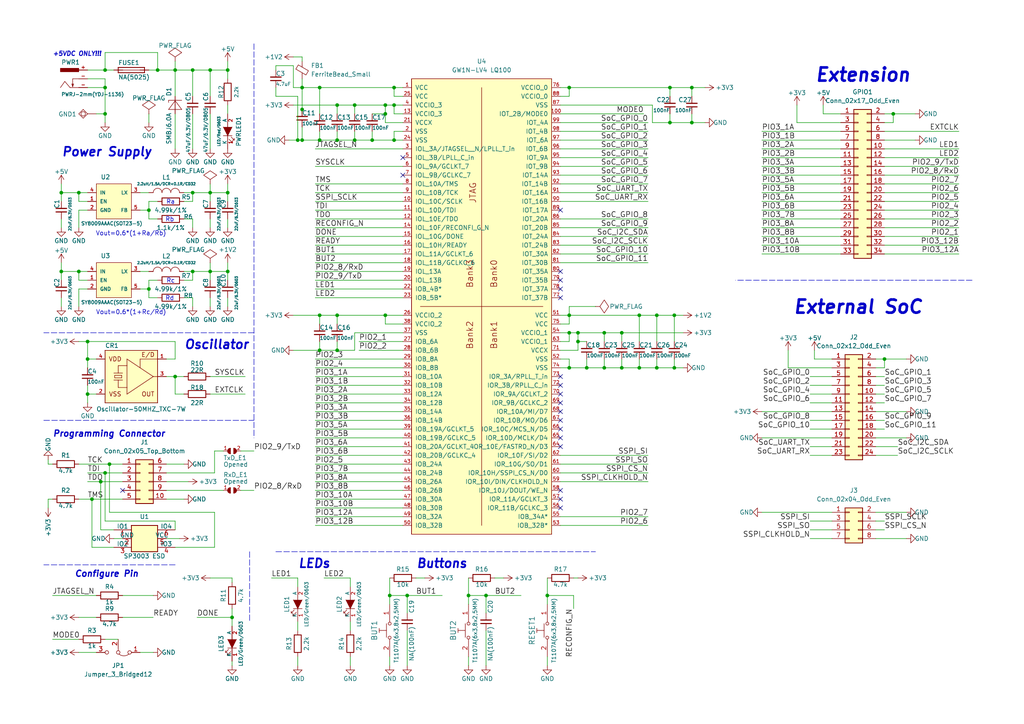
<source format=kicad_sch>
(kicad_sch (version 20231120) (generator "eeschema") (generator_version "8.0")
  (paper "A4")
  (title_block (rev "A") (company "OPEN HW") (comment 1 "https://www"))
  (junction (at 111.76 91.44))
  (junction (at 256.54 104.14))
  (junction (at 111.76 30.48))
  (junction (at 30.48 25.4))
  (junction (at 66.04 20.32))
  (junction (at 25.4 99.06))
  (junction (at 118.11 172.72))
  (junction (at 102.87 30.48))
  (junction (at 107.95 40.64))
  (junction (at 26.67 144.78))
  (junction (at 43.18 83.82))
  (junction (at 17.78 78.74))
  (junction (at 194.31 35.56))
  (junction (at 200.66 35.56))
  (junction (at 195.58 106.68))
  (junction (at 22.86 78.74))
  (junction (at 45.72 20.32))
  (junction (at 31.75 134.62))
  (junction (at 92.71 25.4))
  (junction (at 185.42 106.68))
  (junction (at 92.71 91.44))
  (junction (at 165.1 96.52))
  (junction (at 55.88 55.88))
  (junction (at 17.78 55.88))
  (junction (at 259.08 33.02))
  (junction (at 111.76 33.02))
  (junction (at 175.26 106.68))
  (junction (at 114.3 30.48))
  (junction (at 175.26 96.52))
  (junction (at 158.75 172.72))
  (junction (at 30.48 20.32))
  (junction (at 97.79 91.44))
  (junction (at 66.04 78.74))
  (junction (at 86.36 40.64))
  (junction (at 25.4 114.3))
  (junction (at 185.42 91.44))
  (junction (at 43.18 60.96))
  (junction (at 29.21 139.7))
  (junction (at 113.03 172.72))
  (junction (at 92.71 40.64))
  (junction (at 97.79 101.6))
  (junction (at 114.3 40.64))
  (junction (at 67.31 179.07))
  (junction (at 194.31 25.4))
  (junction (at 55.88 20.32))
  (junction (at 167.64 96.52))
  (junction (at 87.63 31.75))
  (junction (at 165.1 106.68))
  (junction (at 200.66 25.4))
  (junction (at 140.97 172.72))
  (junction (at 135.89 172.72))
  (junction (at 114.3 25.4))
  (junction (at 180.34 96.52))
  (junction (at 60.96 20.32))
  (junction (at 190.5 91.44))
  (junction (at 87.63 40.64))
  (junction (at 50.8 109.22))
  (junction (at 55.88 78.74))
  (junction (at 50.8 20.32))
  (junction (at 87.63 25.4))
  (junction (at 92.71 101.6))
  (junction (at 66.04 55.88))
  (junction (at 60.96 78.74))
  (junction (at 195.58 91.44))
  (junction (at 25.4 104.14))
  (junction (at 165.1 25.4))
  (junction (at 180.34 106.68))
  (junction (at 30.48 33.02))
  (junction (at 30.48 137.16))
  (junction (at 97.79 30.48))
  (junction (at 60.96 55.88))
  (junction (at 102.87 40.64))
  (junction (at 22.86 55.88))
  (junction (at 190.5 106.68))
  (junction (at 97.79 40.64))
  (junction (at 165.1 91.44))
  (junction (at 167.64 99.06))
  (junction (at 170.18 106.68))
  (no_connect (at 162.56 114.3))
  (no_connect (at 116.84 45.72))
  (no_connect (at 162.56 111.76))
  (no_connect (at 162.56 147.32))
  (no_connect (at 162.56 121.92))
  (no_connect (at 162.56 119.38))
  (no_connect (at 162.56 109.22))
  (no_connect (at 162.56 116.84))
  (no_connect (at 162.56 124.46))
  (no_connect (at 162.56 83.82))
  (no_connect (at 162.56 144.78))
  (no_connect (at 162.56 129.54))
  (no_connect (at 162.56 127))
  (no_connect (at 162.56 86.36))
  (no_connect (at 162.56 81.28))
  (no_connect (at 35.56 142.24))
  (no_connect (at 162.56 142.24))
  (no_connect (at 162.56 78.74))
  (no_connect (at 162.56 60.96))
  (no_connect (at 116.84 50.8))
  (wire (pts (xy 243.84 35.56) (xy 231.14 35.56)))
  (wire (pts (xy 27.94 114.3) (xy 25.4 114.3)))
  (wire (pts (xy 87.63 40.64) (xy 92.71 40.64)))
  (wire (pts (xy 91.44 139.7) (xy 116.84 139.7)))
  (wire (pts (xy 116.84 38.1) (xy 114.3 38.1)))
  (wire (pts (xy 190.5 106.68) (xy 195.58 106.68)))
  (wire (pts (xy 91.44 137.16) (xy 116.84 137.16)))
  (wire (pts (xy 87.63 22.86) (xy 87.63 25.4)))
  (wire (pts (xy 278.13 53.34) (xy 256.54 53.34)))
  (wire (pts (xy 190.5 91.44) (xy 195.58 91.44)))
  (wire (pts (xy 25.4 114.3) (xy 25.4 116.84)))
  (wire (pts (xy 55.88 81.28) (xy 53.34 81.28)))
  (wire (pts (xy 256.54 104.14) (xy 262.89 104.14)))
  (wire (pts (xy 238.76 33.02) (xy 238.76 30.48)))
  (wire (pts (xy 102.87 30.48) (xy 102.87 33.02)))
  (wire (pts (xy 172.72 88.9) (xy 165.1 88.9)))
  (wire (pts (xy 43.18 58.42) (xy 43.18 60.96)))
  (wire (pts (xy 45.72 58.42) (xy 43.18 58.42)))
  (wire (pts (xy 45.72 20.32) (xy 50.8 20.32)))
  (wire (pts (xy 135.89 172.72) (xy 140.97 172.72)))
  (wire (pts (xy 86.36 167.64) (xy 78.74 167.64)))
  (wire (pts (xy 85.09 30.48) (xy 97.79 30.48)))
  (wire (pts (xy 60.96 76.2) (xy 60.96 78.74)))
  (wire (pts (xy 101.6 170.18) (xy 101.6 167.64)))
  (wire (pts (xy 113.03 172.72) (xy 118.11 172.72)))
  (wire (pts (xy 162.56 38.1) (xy 187.96 38.1)))
  (wire (pts (xy 220.98 127) (xy 241.3 127)))
  (wire (pts (xy 40.64 189.23) (xy 44.45 189.23)))
  (wire (pts (xy 91.44 152.4) (xy 116.84 152.4)))
  (wire (pts (xy 22.86 144.78) (xy 26.67 144.78)))
  (wire (pts (xy 162.56 93.98) (xy 165.1 93.98)))
  (wire (pts (xy 243.84 50.8) (xy 220.98 50.8)))
  (wire (pts (xy 228.6 106.68) (xy 228.6 101.6)))
  (wire (pts (xy 48.26 156.21) (xy 52.07 156.21)))
  (wire (pts (xy 50.8 114.3) (xy 53.34 114.3)))
  (wire (pts (xy 57.15 179.07) (xy 67.31 179.07)))
  (polyline (pts (xy 50.8 163.83) (xy 12.7 163.83)) (stroke (width 0) (type dash)))
  (wire (pts (xy 162.56 139.7) (xy 187.96 139.7)))
  (wire (pts (xy 101.6 180.34) (xy 101.6 182.88)))
  (wire (pts (xy 162.56 63.5) (xy 187.96 63.5)))
  (polyline (pts (xy 73.66 96.52) (xy 12.7 96.52)) (stroke (width 0) (type dash)))
  (wire (pts (xy 243.84 60.96) (xy 220.98 60.96)))
  (wire (pts (xy 256.54 35.56) (xy 259.08 35.56)))
  (wire (pts (xy 69.85 142.24) (xy 73.66 142.24)))
  (wire (pts (xy 60.96 88.9) (xy 60.96 86.36)))
  (wire (pts (xy 194.31 27.94) (xy 194.31 25.4)))
  (wire (pts (xy 241.3 104.14) (xy 236.22 104.14)))
  (wire (pts (xy 22.86 99.06) (xy 25.4 99.06)))
  (wire (pts (xy 114.3 27.94) (xy 116.84 27.94)))
  (wire (pts (xy 22.86 134.62) (xy 31.75 134.62)))
  (wire (pts (xy 26.67 158.75) (xy 33.02 158.75)))
  (wire (pts (xy 35.56 179.07) (xy 44.45 179.07)))
  (wire (pts (xy 220.98 148.59) (xy 241.3 148.59)))
  (wire (pts (xy 25.4 60.96) (xy 22.86 60.96)))
  (wire (pts (xy 140.97 172.72) (xy 140.97 177.8)))
  (wire (pts (xy 195.58 91.44) (xy 198.12 91.44)))
  (wire (pts (xy 91.44 60.96) (xy 116.84 60.96)))
  (wire (pts (xy 190.5 104.14) (xy 190.5 106.68)))
  (wire (pts (xy 118.11 172.72) (xy 128.27 172.72)))
  (wire (pts (xy 185.42 91.44) (xy 185.42 99.06)))
  (wire (pts (xy 111.76 30.48) (xy 111.76 33.02)))
  (wire (pts (xy 30.48 137.16) (xy 35.56 137.16)))
  (wire (pts (xy 91.44 78.74) (xy 116.84 78.74)))
  (wire (pts (xy 243.84 40.64) (xy 220.98 40.64)))
  (polyline (pts (xy 12.7 121.92) (xy 73.66 121.92)) (stroke (width 0) (type dash)))
  (wire (pts (xy 66.04 20.32) (xy 66.04 22.86)))
  (wire (pts (xy 254 116.84) (xy 256.54 116.84)))
  (wire (pts (xy 234.95 111.76) (xy 241.3 111.76)))
  (wire (pts (xy 60.96 109.22) (xy 71.12 109.22)))
  (wire (pts (xy 30.48 15.24) (xy 30.48 20.32)))
  (wire (pts (xy 91.44 73.66) (xy 116.84 73.66)))
  (wire (pts (xy 118.11 172.72) (xy 118.11 177.8)))
  (wire (pts (xy 234.95 129.54) (xy 241.3 129.54)))
  (wire (pts (xy 256.54 40.64) (xy 265.43 40.64)))
  (wire (pts (xy 86.36 27.94) (xy 86.36 40.64)))
  (wire (pts (xy 60.96 20.32) (xy 60.96 27.94)))
  (wire (pts (xy 48.26 109.22) (xy 50.8 109.22)))
  (wire (pts (xy 254 111.76) (xy 256.54 111.76)))
  (wire (pts (xy 30.48 15.24) (xy 45.72 15.24)))
  (wire (pts (xy 114.3 33.02) (xy 116.84 33.02)))
  (wire (pts (xy 243.84 45.72) (xy 220.98 45.72)))
  (wire (pts (xy 45.72 15.24) (xy 45.72 20.32)))
  (wire (pts (xy 50.8 17.78) (xy 50.8 20.32)))
  (wire (pts (xy 92.71 25.4) (xy 92.71 33.02)))
  (wire (pts (xy 25.4 20.32) (xy 30.48 20.32)))
  (wire (pts (xy 25.4 99.06) (xy 25.4 104.14)))
  (wire (pts (xy 30.48 25.4) (xy 30.48 33.02)))
  (wire (pts (xy 55.88 78.74) (xy 55.88 81.28)))
  (wire (pts (xy 185.42 104.14) (xy 185.42 106.68)))
  (wire (pts (xy 91.44 144.78) (xy 116.84 144.78)))
  (wire (pts (xy 101.6 167.64) (xy 93.98 167.64)))
  (wire (pts (xy 22.86 81.28) (xy 22.86 78.74)))
  (wire (pts (xy 162.56 137.16) (xy 187.96 137.16)))
  (wire (pts (xy 166.37 172.72) (xy 166.37 176.53)))
  (wire (pts (xy 102.87 96.52) (xy 102.87 101.6)))
  (wire (pts (xy 22.86 55.88) (xy 25.4 55.88)))
  (wire (pts (xy 29.21 153.67) (xy 33.02 153.67)))
  (wire (pts (xy 162.56 73.66) (xy 187.96 73.66)))
  (wire (pts (xy 87.63 31.75) (xy 87.63 33.02)))
  (wire (pts (xy 162.56 66.04) (xy 187.96 66.04)))
  (wire (pts (xy 25.4 137.16) (xy 30.48 137.16)))
  (wire (pts (xy 101.6 193.04) (xy 101.6 190.5)))
  (wire (pts (xy 254 156.21) (xy 262.89 156.21)))
  (polyline (pts (xy 72.39 160.02) (xy 72.39 180.34)) (stroke (width 0) (type dash)))
  (wire (pts (xy 30.48 33.02) (xy 30.48 35.56)))
  (wire (pts (xy 162.56 152.4) (xy 187.96 152.4)))
  (wire (pts (xy 243.84 48.26) (xy 220.98 48.26)))
  (wire (pts (xy 25.4 25.4) (xy 30.48 25.4)))
  (wire (pts (xy 25.4 104.14) (xy 25.4 106.68)))
  (wire (pts (xy 25.4 81.28) (xy 22.86 81.28)))
  (wire (pts (xy 190.5 91.44) (xy 190.5 99.06)))
  (wire (pts (xy 278.13 66.04) (xy 256.54 66.04)))
  (wire (pts (xy 259.08 33.02) (xy 265.43 33.02)))
  (wire (pts (xy 91.44 76.2) (xy 116.84 76.2)))
  (wire (pts (xy 140.97 172.72) (xy 151.13 172.72)))
  (wire (pts (xy 91.44 111.76) (xy 116.84 111.76)))
  (wire (pts (xy 91.44 68.58) (xy 116.84 68.58)))
  (wire (pts (xy 80.01 25.4) (xy 80.01 27.94)))
  (wire (pts (xy 48.26 134.62) (xy 53.34 134.62)))
  (wire (pts (xy 113.03 167.64) (xy 113.03 172.72)))
  (wire (pts (xy 67.31 167.64) (xy 60.96 167.64)))
  (wire (pts (xy 254 119.38) (xy 262.89 119.38)))
  (wire (pts (xy 165.1 25.4) (xy 194.31 25.4)))
  (wire (pts (xy 55.88 43.18) (xy 55.88 33.02)))
  (wire (pts (xy 97.79 30.48) (xy 102.87 30.48)))
  (wire (pts (xy 43.18 86.36) (xy 45.72 86.36)))
  (wire (pts (xy 91.44 86.36) (xy 116.84 86.36)))
  (wire (pts (xy 234.95 114.3) (xy 241.3 114.3)))
  (wire (pts (xy 25.4 22.86) (xy 30.48 22.86)))
  (wire (pts (xy 25.4 99.06) (xy 50.8 99.06)))
  (wire (pts (xy 91.44 104.14) (xy 116.84 104.14)))
  (wire (pts (xy 175.26 96.52) (xy 180.34 96.52)))
  (wire (pts (xy 29.21 153.67) (xy 29.21 139.7)))
  (wire (pts (xy 165.1 99.06) (xy 162.56 99.06)))
  (wire (pts (xy 85.09 91.44) (xy 92.71 91.44)))
  (wire (pts (xy 114.3 25.4) (xy 114.3 27.94)))
  (wire (pts (xy 97.79 40.64) (xy 102.87 40.64)))
  (wire (pts (xy 162.56 45.72) (xy 187.96 45.72)))
  (wire (pts (xy 91.44 81.28) (xy 116.84 81.28)))
  (wire (pts (xy 162.56 101.6) (xy 167.64 101.6)))
  (wire (pts (xy 278.13 71.12) (xy 256.54 71.12)))
  (wire (pts (xy 167.64 96.52) (xy 167.64 99.06)))
  (wire (pts (xy 55.88 78.74) (xy 60.96 78.74)))
  (wire (pts (xy 13.97 134.62) (xy 15.24 134.62)))
  (wire (pts (xy 91.44 43.18) (xy 116.84 43.18)))
  (wire (pts (xy 180.34 106.68) (xy 185.42 106.68)))
  (wire (pts (xy 60.96 78.74) (xy 60.96 81.28)))
  (polyline (pts (xy 73.66 12.7) (xy 73.66 127)) (stroke (width 0) (type dash)))
  (wire (pts (xy 243.84 55.88) (xy 220.98 55.88)))
  (wire (pts (xy 165.1 27.94) (xy 162.56 27.94)))
  (wire (pts (xy 123.19 167.64) (xy 120.65 167.64)))
  (polyline (pts (xy 80.01 160.02) (xy 172.72 160.02)) (stroke (width 0) (type dash)))
  (wire (pts (xy 236.22 104.14) (xy 236.22 101.6)))
  (wire (pts (xy 60.96 55.88) (xy 60.96 58.42)))
  (wire (pts (xy 91.44 109.22) (xy 116.84 109.22)))
  (wire (pts (xy 69.85 130.81) (xy 73.66 130.81)))
  (wire (pts (xy 243.84 58.42) (xy 220.98 58.42)))
  (wire (pts (xy 50.8 20.32) (xy 55.88 20.32)))
  (wire (pts (xy 87.63 36.83) (xy 87.63 40.64)))
  (wire (pts (xy 254 106.68) (xy 256.54 106.68)))
  (wire (pts (xy 243.84 33.02) (xy 238.76 33.02)))
  (wire (pts (xy 62.23 148.59) (xy 31.75 148.59)))
  (wire (pts (xy 256.54 33.02) (xy 259.08 33.02)))
  (wire (pts (xy 165.1 106.68) (xy 170.18 106.68)))
  (wire (pts (xy 140.97 193.04) (xy 140.97 182.88)))
  (wire (pts (xy 87.63 25.4) (xy 87.63 31.75)))
  (wire (pts (xy 200.66 25.4) (xy 204.47 25.4)))
  (wire (pts (xy 194.31 25.4) (xy 200.66 25.4)))
  (wire (pts (xy 162.56 53.34) (xy 187.96 53.34)))
  (wire (pts (xy 92.71 40.64) (xy 97.79 40.64)))
  (wire (pts (xy 66.04 30.48) (xy 66.04 33.02)))
  (wire (pts (xy 66.04 53.34) (xy 66.04 55.88)))
  (wire (pts (xy 114.3 38.1) (xy 114.3 40.64)))
  (wire (pts (xy 17.78 55.88) (xy 17.78 58.42)))
  (wire (pts (xy 91.44 71.12) (xy 116.84 71.12)))
  (wire (pts (xy 27.94 104.14) (xy 25.4 104.14)))
  (wire (pts (xy 107.95 40.64) (xy 114.3 40.64)))
  (polyline (pts (xy 281.94 81.28) (xy 213.36 81.28)) (stroke (width 0) (type dash)))
  (wire (pts (xy 189.23 35.56) (xy 194.31 35.56)))
  (wire (pts (xy 243.84 73.66) (xy 220.98 73.66)))
  (wire (pts (xy 135.89 172.72) (xy 135.89 175.26)))
  (wire (pts (xy 91.44 124.46) (xy 116.84 124.46)))
  (wire (pts (xy 165.1 91.44) (xy 165.1 93.98)))
  (wire (pts (xy 67.31 179.07) (xy 67.31 181.61)))
  (wire (pts (xy 278.13 58.42) (xy 256.54 58.42)))
  (wire (pts (xy 66.04 66.04) (xy 66.04 63.5)))
  (wire (pts (xy 114.3 40.64) (xy 116.84 40.64)))
  (wire (pts (xy 60.96 55.88) (xy 66.04 55.88)))
  (wire (pts (xy 92.71 38.1) (xy 92.71 40.64)))
  (wire (pts (xy 26.67 144.78) (xy 35.56 144.78)))
  (wire (pts (xy 60.96 66.04) (xy 60.96 63.5)))
  (wire (pts (xy 85.09 25.4) (xy 87.63 25.4)))
  (wire (pts (xy 97.79 101.6) (xy 102.87 101.6)))
  (wire (pts (xy 30.48 20.32) (xy 33.02 20.32)))
  (wire (pts (xy 91.44 116.84) (xy 116.84 116.84)))
  (wire (pts (xy 243.84 53.34) (xy 220.98 53.34)))
  (wire (pts (xy 80.01 19.05) (xy 80.01 20.32)))
  (wire (pts (xy 62.23 158.75) (xy 62.23 148.59)))
  (wire (pts (xy 66.04 55.88) (xy 66.04 58.42)))
  (wire (pts (xy 162.56 30.48) (xy 189.23 30.48)))
  (wire (pts (xy 234.95 121.92) (xy 241.3 121.92)))
  (wire (pts (xy 158.75 167.64) (xy 158.75 172.72)))
  (wire (pts (xy 231.14 35.56) (xy 231.14 30.48)))
  (wire (pts (xy 116.84 96.52) (xy 102.87 96.52)))
  (wire (pts (xy 158.75 172.72) (xy 166.37 172.72)))
  (wire (pts (xy 114.3 25.4) (xy 116.84 25.4)))
  (wire (pts (xy 180.34 104.14) (xy 180.34 106.68)))
  (wire (pts (xy 43.18 63.5) (xy 45.72 63.5)))
  (wire (pts (xy 278.13 63.5) (xy 256.54 63.5)))
  (wire (pts (xy 13.97 133.35) (xy 13.97 134.62)))
  (wire (pts (xy 162.56 48.26) (xy 187.96 48.26)))
  (wire (pts (xy 165.1 91.44) (xy 185.42 91.44)))
  (wire (pts (xy 170.18 106.68) (xy 175.26 106.68)))
  (wire (pts (xy 53.34 86.36) (xy 55.88 86.36)))
  (wire (pts (xy 254 114.3) (xy 256.54 114.3)))
  (wire (pts (xy 243.84 43.18) (xy 220.98 43.18)))
  (wire (pts (xy 165.1 104.14) (xy 165.1 106.68)))
  (wire (pts (xy 15.24 144.78) (xy 13.97 144.78)))
  (wire (pts (xy 43.18 60.96) (xy 43.18 63.5)))
  (wire (pts (xy 195.58 104.14) (xy 195.58 106.68)))
  (wire (pts (xy 91.44 114.3) (xy 116.84 114.3)))
  (wire (pts (xy 60.96 78.74) (xy 66.04 78.74)))
  (wire (pts (xy 55.88 20.32) (xy 60.96 20.32)))
  (wire (pts (xy 40.64 55.88) (xy 43.18 55.88)))
  (wire (pts (xy 92.71 91.44) (xy 92.71 93.98)))
  (wire (pts (xy 33.02 156.21) (xy 35.56 156.21)))
  (wire (pts (xy 50.8 151.13) (xy 30.48 151.13)))
  (wire (pts (xy 175.26 99.06) (xy 175.26 96.52)))
  (wire (pts (xy 86.36 180.34) (xy 86.36 182.88)))
  (wire (pts (xy 92.71 25.4) (xy 114.3 25.4)))
  (wire (pts (xy 111.76 91.44) (xy 111.76 93.98)))
  (wire (pts (xy 86.36 193.04) (xy 86.36 190.5)))
  (wire (pts (xy 17.78 78.74) (xy 17.78 81.28)))
  (wire (pts (xy 162.56 91.44) (xy 165.1 91.44)))
  (wire (pts (xy 278.13 50.8) (xy 256.54 50.8)))
  (wire (pts (xy 29.21 139.7) (xy 35.56 139.7)))
  (wire (pts (xy 55.88 86.36) (xy 55.88 88.9)))
  (wire (pts (xy 180.34 96.52) (xy 198.12 96.52)))
  (wire (pts (xy 194.31 35.56) (xy 200.66 35.56)))
  (wire (pts (xy 87.63 16.51) (xy 87.63 17.78)))
  (wire (pts (xy 234.95 124.46) (xy 241.3 124.46)))
  (wire (pts (xy 97.79 91.44) (xy 111.76 91.44)))
  (wire (pts (xy 26.67 158.75) (xy 26.67 144.78)))
  (wire (pts (xy 162.56 50.8) (xy 187.96 50.8)))
  (wire (pts (xy 185.42 106.68) (xy 190.5 106.68)))
  (wire (pts (xy 111.76 35.56) (xy 116.84 35.56)))
  (wire (pts (xy 167.64 101.6) (xy 167.64 99.06)))
  (wire (pts (xy 91.44 106.68) (xy 116.84 106.68)))
  (wire (pts (xy 278.13 68.58) (xy 256.54 68.58)))
  (wire (pts (xy 27.94 33.02) (xy 30.48 33.02)))
  (wire (pts (xy 92.71 101.6) (xy 97.79 101.6)))
  (wire (pts (xy 60.96 53.34) (xy 60.96 55.88)))
  (wire (pts (xy 200.66 25.4) (xy 200.66 27.94)))
  (wire (pts (xy 113.03 193.04) (xy 113.03 190.5)))
  (wire (pts (xy 165.1 25.4) (xy 165.1 27.94)))
  (wire (pts (xy 111.76 35.56) (xy 111.76 33.02)))
  (wire (pts (xy 170.18 104.14) (xy 170.18 106.68)))
  (wire (pts (xy 234.95 156.21) (xy 241.3 156.21)))
  (wire (pts (xy 102.87 30.48) (xy 111.76 30.48)))
  (wire (pts (xy 91.44 134.62) (xy 116.84 134.62)))
  (wire (pts (xy 254 109.22) (xy 256.54 109.22)))
  (wire (pts (xy 91.44 58.42) (xy 116.84 58.42)))
  (wire (pts (xy 91.44 121.92) (xy 116.84 121.92)))
  (wire (pts (xy 165.1 96.52) (xy 165.1 99.06)))
  (wire (pts (xy 87.63 25.4) (xy 92.71 25.4)))
  (wire (pts (xy 85.09 19.05) (xy 85.09 25.4)))
  (wire (pts (xy 278.13 60.96) (xy 256.54 60.96)))
  (wire (pts (xy 260.35 129.54) (xy 254 129.54)))
  (wire (pts (xy 85.09 101.6) (xy 92.71 101.6)))
  (wire (pts (xy 50.8 104.14) (xy 48.26 104.14)))
  (wire (pts (xy 60.96 43.18) (xy 60.96 33.02)))
  (wire (pts (xy 146.05 167.64) (xy 143.51 167.64)))
  (wire (pts (xy 15.24 185.42) (xy 22.86 185.42)))
  (wire (pts (xy 22.86 58.42) (xy 22.86 55.88)))
  (wire (pts (xy 278.13 73.66) (xy 256.54 73.66)))
  (wire (pts (xy 114.3 30.48) (xy 114.3 33.02)))
  (wire (pts (xy 254 127) (xy 262.89 127)))
  (wire (pts (xy 243.84 71.12) (xy 220.98 71.12)))
  (wire (pts (xy 30.48 22.86) (xy 30.48 25.4)))
  (wire (pts (xy 40.64 78.74) (xy 43.18 78.74)))
  (wire (pts (xy 234.95 153.67) (xy 241.3 153.67)))
  (wire (pts (xy 67.31 191.77) (xy 67.31 193.04)))
  (wire (pts (xy 55.88 55.88) (xy 60.96 55.88)))
  (wire (pts (xy 162.56 106.68) (xy 165.1 106.68)))
  (wire (pts (xy 48.26 139.7) (xy 54.61 139.7)))
  (wire (pts (xy 162.56 76.2) (xy 187.96 76.2)))
  (wire (pts (xy 17.78 63.5) (xy 17.78 66.04)))
  (wire (pts (xy 13.97 144.78) (xy 13.97 147.32)))
  (wire (pts (xy 25.4 83.82) (xy 22.86 83.82)))
  (wire (pts (xy 60.96 20.32) (xy 66.04 20.32)))
  (wire (pts (xy 43.18 83.82) (xy 43.18 86.36)))
  (wire (pts (xy 67.31 176.53) (xy 67.31 179.07)))
  (wire (pts (xy 55.88 55.88) (xy 55.88 58.42)))
  (wire (pts (xy 53.34 63.5) (xy 55.88 63.5)))
  (wire (pts (xy 162.56 43.18) (xy 187.96 43.18)))
  (wire (pts (xy 30.48 185.42) (xy 34.29 185.42)))
  (wire (pts (xy 111.76 91.44) (xy 116.84 91.44)))
  (wire (pts (xy 91.44 129.54) (xy 116.84 129.54)))
  (wire (pts (xy 220.98 119.38) (xy 241.3 119.38)))
  (wire (pts (xy 234.95 109.22) (xy 241.3 109.22)))
  (wire (pts (xy 162.56 132.08) (xy 187.96 132.08)))
  (wire (pts (xy 162.56 33.02) (xy 186.69 33.02)))
  (wire (pts (xy 162.56 71.12) (xy 187.96 71.12)))
  (wire (pts (xy 254 121.92) (xy 256.54 121.92)))
  (wire (pts (xy 118.11 193.04) (xy 118.11 182.88)))
  (wire (pts (xy 195.58 106.68) (xy 198.12 106.68)))
  (wire (pts (xy 55.88 58.42) (xy 53.34 58.42)))
  (wire (pts (xy 102.87 40.64) (xy 107.95 40.64)))
  (wire (pts (xy 17.78 76.2) (xy 17.78 78.74)))
  (wire (pts (xy 195.58 91.44) (xy 195.58 99.06)))
  (wire (pts (xy 55.88 20.32) (xy 55.88 27.94)))
  (wire (pts (xy 111.76 30.48) (xy 114.3 30.48)))
  (wire (pts (xy 254 104.14) (xy 256.54 104.14)))
  (wire (pts (xy 85.09 16.51) (xy 87.63 16.51)))
  (wire (pts (xy 102.87 38.1) (xy 102.87 40.64)))
  (wire (pts (xy 31.75 134.62) (xy 35.56 134.62)))
  (wire (pts (xy 50.8 43.18) (xy 50.8 33.02)))
  (wire (pts (xy 165.1 104.14) (xy 162.56 104.14)))
  (wire (pts (xy 15.24 172.72) (xy 27.94 172.72)))
  (wire (pts (xy 17.78 78.74) (xy 22.86 78.74)))
  (wire (pts (xy 97.79 93.98) (xy 97.79 91.44)))
  (wire (pts (xy 97.79 38.1) (xy 97.79 40.64)))
  (wire (pts (xy 243.84 68.58) (xy 220.98 68.58)))
  (wire (pts (xy 162.56 55.88) (xy 187.96 55.88)))
  (wire (pts (xy 50.8 109.22) (xy 50.8 114.3)))
  (wire (pts (xy 66.04 76.2) (xy 66.04 78.74)))
  (wire (pts (xy 50.8 158.75) (xy 62.23 158.75)))
  (wire (pts (xy 66.04 78.74) (xy 66.04 81.28)))
  (wire (pts (xy 165.1 96.52) (xy 167.64 96.52)))
  (wire (pts (xy 254 148.59) (xy 262.89 148.59)))
  (wire (pts (xy 86.36 170.18) (xy 86.36 167.64)))
  (wire (pts (xy 167.64 99.06) (xy 170.18 99.06)))
  (wire (pts (xy 91.44 127) (xy 116.84 127)))
  (wire (pts (xy 62.23 130.81) (xy 64.77 130.81)))
  (wire (pts (xy 135.89 193.04) (xy 135.89 190.5)))
  (wire (pts (xy 278.13 43.18) (xy 256.54 43.18)))
  (wire (pts (xy 91.44 149.86) (xy 116.84 149.86)))
  (wire (pts (xy 22.86 189.23) (xy 27.94 189.23)))
  (wire (pts (xy 66.04 17.78) (xy 66.04 20.32)))
  (wire (pts (xy 135.89 167.64) (xy 135.89 172.72)))
  (wire (pts (xy 185.42 91.44) (xy 190.5 91.44)))
  (wire (pts (xy 91.44 63.5) (xy 116.84 63.5)))
  (wire (pts (xy 104.14 99.06) (xy 116.84 99.06)))
  (wire (pts (xy 104.14 101.6) (xy 116.84 101.6)))
  (wire (pts (xy 91.44 83.82) (xy 116.84 83.82)))
  (wire (pts (xy 25.4 139.7) (xy 29.21 139.7)))
  (wire (pts (xy 43.18 81.28) (xy 43.18 83.82)))
  (wire (pts (xy 278.13 48.26) (xy 256.54 48.26)))
  (wire (pts (xy 234.95 132.08) (xy 241.3 132.08)))
  (wire (pts (xy 158.75 193.04) (xy 158.75 190.5)))
  (wire (pts (xy 80.01 27.94) (xy 86.36 27.94)))
  (wire (pts (xy 200.66 33.02) (xy 200.66 35.56)))
  (wire (pts (xy 83.82 40.64) (xy 86.36 40.64)))
  (wire (pts (xy 50.8 20.32) (xy 50.8 27.94)))
  (wire (pts (xy 67.31 168.91) (xy 67.31 167.64)))
  (wire (pts (xy 60.96 114.3) (xy 71.12 114.3)))
  (wire (pts (xy 260.35 132.08) (xy 254 132.08)))
  (wire (pts (xy 62.23 137.16) (xy 62.23 130.81)))
  (wire (pts (xy 91.44 142.24) (xy 116.84 142.24)))
  (wire (pts (xy 278.13 45.72) (xy 256.54 45.72)))
  (wire (pts (xy 254 124.46) (xy 256.54 124.46)))
  (wire (pts (xy 91.44 66.04) (xy 116.84 66.04)))
  (wire (pts (xy 50.8 99.06) (xy 50.8 104.14)))
  (wire (pts (xy 91.44 147.32) (xy 116.84 147.32)))
  (wire (pts (xy 241.3 106.68) (xy 228.6 106.68)))
  (wire (pts (xy 165.1 88.9) (xy 165.1 91.44)))
  (wire (pts (xy 91.44 53.34) (xy 116.84 53.34)))
  (wire (pts (xy 114.3 30.48) (xy 116.84 30.48)))
  (wire (pts (xy 158.75 172.72) (xy 158.75 175.26)))
  (wire (pts (xy 189.23 30.48) (xy 189.23 35.56)))
  (wire (pts (xy 243.84 38.1) (xy 220.98 38.1)))
  (wire (pts (xy 162.56 40.64) (xy 187.96 40.64)))
  (wire (pts (xy 97.79 99.06) (xy 97.79 101.6)))
  (wire (pts (xy 50.8 109.22) (xy 53.34 109.22)))
  (wire (pts (xy 107.95 38.1) (xy 107.95 40.64)))
  (wire (pts (xy 107.95 33.02) (xy 111.76 33.02)))
  (wire (pts (xy 30.48 151.13) (xy 30.48 137.16)))
  (wire (pts (xy 175.26 104.14) (xy 175.26 106.68)))
  (wire (pts (xy 175.26 106.68) (xy 180.34 106.68)))
  (wire (pts (xy 259.08 35.56) (xy 259.08 33.02)))
  (wire (pts (xy 194.31 33.02) (xy 194.31 35.56)))
  (wire (pts (xy 162.56 134.62) (xy 187.96 134.62)))
  (wire (pts (xy 43.18 60.96) (xy 40.64 60.96)))
  (wire (pts (xy 92.71 91.44) (xy 97.79 91.44)))
  (wire (pts (xy 22.86 78.74) (xy 25.4 78.74)))
  (wire (pts (xy 162.56 58.42) (xy 187.96 58.42)))
  (wire (pts (xy 91.44 55.88) (xy 116.84 55.88)))
  (wire (pts (xy 256.54 106.68) (xy 256.54 104.14)))
  (wire (pts (xy 22.86 60.96) (xy 22.86 66.04)))
  (wire (pts (xy 278.13 38.1) (xy 256.54 38.1)))
  (wire (pts (xy 17.78 53.34) (xy 17.78 55.88)))
  (wire (pts (xy 243.84 66.04) (xy 220.98 66.04)))
  (wire (pts (xy 66.04 88.9) (xy 66.04 86.36)))
  (wire (pts (xy 22.86 83.82) (xy 22.86 88.9)))
  (wire (pts (xy 113.03 172.72) (xy 113.03 175.26)))
  (wire (pts (xy 80.01 19.05) (xy 85.09 19.05)))
  (wire (pts (xy 167.64 96.52) (xy 175.26 96.52)))
  (wire (pts (xy 180.34 96.52) (xy 180.34 99.06)))
  (wire (pts (xy 111.76 93.98) (xy 116.84 93.98)))
  (wire (pts (xy 162.56 96.52) (xy 165.1 96.52)))
  (wire (pts (xy 254 151.13) (xy 256.54 151.13)))
  (wire (pts (xy 48.26 144.78) (xy 53.34 144.78)))
  (wire (pts (xy 43.18 35.56) (xy 43.18 33.02)))
  (wire (pts (xy 91.44 119.38) (xy 116.84 119.38)))
  (wire (pts (xy 91.44 132.08) (xy 116.84 132.08)))
  (wire (pts (xy 48.26 142.24) (xy 64.77 142.24)))
  (wire (pts (xy 278.13 55.88) (xy 256.54 55.88)))
  (wire (pts (xy 25.4 58.42) (xy 22.86 58.42)))
  (wire (pts (xy 162.56 35.56) (xy 187.96 35.56)))
  (wire (pts (xy 17.78 55.88) (xy 22.86 55.88)))
  (wire (pts (xy 162.56 25.4) (xy 165.1 25.4)))
  (wire (pts (xy 53.34 55.88) (xy 55.88 55.88)))
  (wire (pts (xy 25.4 111.76) (xy 25.4 114.3)))
  (wire (pts (xy 167.64 167.64) (xy 166.37 167.64)))
  (wire (pts (xy 97.79 30.48) (xy 97.79 33.02)))
  (wire (pts (xy 43.18 20.32) (xy 45.72 20.32)))
  (wire (pts (xy 45.72 81.28) (xy 43.18 81.28)))
  (wire (pts (xy 53.34 78.74) (xy 55.88 78.74)))
  (wire (pts (xy 254 153.67) (xy 256.54 153.67)))
  (wire (pts (xy 86.36 40.64) (xy 87.63 40.64)))
  (wire (pts (xy 243.84 63.5) (xy 220.98 63.5)))
  (wire (pts (xy 234.95 151.13) (xy 241.3 151.13)))
  (wire (pts (xy 200.66 35.56) (xy 204.47 35.56)))
  (wire (pts (xy 48.26 137.16) (xy 62.23 137.16)))
  (wire (pts (xy 17.78 86.36) (xy 17.78 88.9)))
  (wire (pts (xy 55.88 63.5) (xy 55.88 66.04)))
  (wire (pts (xy 22.86 179.07) (xy 27.94 179.07)))
  (wire (pts (xy 35.56 172.72) (xy 44.45 172.72)))
  (wire (pts (xy 162.56 149.86) (xy 187.96 149.86)))
  (wire (pts (xy 92.71 99.06) (xy 92.71 101.6)))
  (wire (pts (xy 31.75 148.59) (xy 31.75 134.62)))
  (wire (pts (xy 234.95 116.84) (xy 241.3 116.84)))
  (wire (pts (xy 50.8 153.67) (xy 50.8 151.13)))
  (wire (pts (xy 43.18 83.82) (xy 40.64 83.82)))
  (wire (pts (xy 162.56 68.58) (xy 187.96 68.58)))
  (wire (pts (xy 91.44 48.26) (xy 116.84 48.26)))
  (text "Programming Connector" (at 15.24 127 0) (effects (font (size 1.778 1.778) (thickness 0.3556) (bold yes) (italic yes)) (justify left bottom)))
  (text "Rc" (at 50.8 82.296 0) (effects (font (size 1.27 1.27)) (justify right bottom)))
  (text "LEDs" (at 86.36 165.1 0) (effects (font (size 2.54 2.54) (thickness 0.508) (bold yes) (italic yes)) (justify left bottom)))
  (text "Extension" (at 236.22 24.13 0) (effects (font (size 3.81 3.81) (thickness 0.762) (bold yes) (italic yes)) (justify left bottom)))
  (text "Vout=0.6*(1+Ra/Rb)" (at 48.26 68.58 0) (effects (font (size 1.27 1.27)) (justify right bottom)))
  (text "Ra" (at 50.8 59.436 0) (effects (font (size 1.27 1.27)) (justify right bottom)))
  (text "Oscillator" (at 53.34 101.6 0) (effects (font (size 2.54 2.54) (thickness 0.508) (bold yes) (italic yes)) (justify left bottom)))
  (text "Vout=0.6*(1+Rc/Rd)" (at 48.26 91.44 0) (effects (font (size 1.27 1.27)) (justify right bottom)))
  (text "Power Supply" (at 17.78 45.72 0) (effects (font (size 2.54 2.54) (thickness 0.508) (bold yes) (italic yes)) (justify left bottom)))
  (text "+5VDC ONLY!!!" (at 15.24 16.51 0) (effects (font (size 1.27 1.27) (thickness 0.254) (bold yes) (italic yes)) (justify left bottom)))
  (text "Buttons" (at 120.65 165.1 0) (effects (font (size 2.54 2.54) (thickness 0.508) (bold yes) (italic yes)) (justify left bottom)))
  (text "Configure Pin" (at 21.59 167.64 0) (effects (font (size 1.778 1.778) (thickness 0.3556) (bold yes) (italic yes)) (justify left bottom)))
  (text "External SoC" (at 229.87 91.44 0) (effects (font (size 3.81 3.81) (thickness 0.762) (bold yes) (italic yes)) (justify left bottom)))
  (text "Rb" (at 50.546 64.516 0) (effects (font (size 1.27 1.27)) (justify right bottom)))
  (text "Rd" (at 50.546 87.376 0) (effects (font (size 1.27 1.27)) (justify right bottom)))
  (label "SoC_GPIO_7" (at 256.54 116.84 0) (effects (font (size 1.524 1.524))))
  (label "SSPI_CLKHOLD_N" (at 187.96 139.7 180) (effects (font (size 1.524 1.524))))
  (label "PIO2_6" (at 187.96 152.4 180) (effects (font (size 1.524 1.524))))
  (label "LED1" (at 278.13 43.18 180) (effects (font (size 1.524 1.524))))
  (label "BUT1" (at 120.65 172.72 0) (effects (font (size 1.524 1.524))))
  (label "SoC_GPIO_6" (at 187.96 50.8 180) (effects (font (size 1.524 1.524))))
  (label "MODE0" (at 15.24 185.42 0) (effects (font (size 1.524 1.524))))
  (label "RECONFIG_N" (at 91.44 66.04 0) (effects (font (size 1.524 1.524))))
  (label "PIO2_7" (at 187.96 149.86 180) (effects (font (size 1.524 1.524))))
  (label "TMS" (at 91.44 53.34 0) (effects (font (size 1.524 1.524))))
  (label "PIO3_5A" (at 220.98 53.34 0) (effects (font (size 1.524 1.524))))
  (label "BUT2" (at 143.51 172.72 0) (effects (font (size 1.524 1.524))))
  (label "LED2" (at 93.98 167.64 0) (effects (font (size 1.524 1.524))))
  (label "SoC_GPIO_10" (at 234.95 124.46 180) (effects (font (size 1.524 1.524))))
  (label "SoC_GPIO_11" (at 256.54 124.46 0) (effects (font (size 1.524 1.524))))
  (label "PIO2_8/RxD" (at 278.13 50.8 180) (effects (font (size 1.524 1.524))))
  (label "BUT1" (at 91.44 73.66 0) (effects (font (size 1.524 1.524))))
  (label "EXTCLK" (at 278.13 38.1 180) (effects (font (size 1.524 1.524))))
  (label "TMS" (at 25.4 144.78 0) (effects (font (size 1.524 1.524))))
  (label "SoC_GPIO_1" (at 187.96 38.1 180) (effects (font (size 1.524 1.524))))
  (label "PIO3_3A" (at 220.98 48.26 0) (effects (font (size 1.524 1.524))))
  (label "SoC_GPIO_0" (at 234.95 109.22 180) (effects (font (size 1.524 1.524))))
  (label "PIO3_10B" (at 220.98 73.66 0) (effects (font (size 1.524 1.524))))
  (label "SoC_GPIO_2" (at 187.96 40.64 180) (effects (font (size 1.524 1.524))))
  (label "SoC_GPIO_1" (at 256.54 109.22 0) (effects (font (size 1.524 1.524))))
  (label "PIO2_1" (at 278.13 68.58 180) (effects (font (size 1.524 1.524))))
  (label "SoC_GPIO_2" (at 234.95 111.76 180) (effects (font (size 1.524 1.524))))
  (label "PIO3_6B" (at 220.98 60.96 0) (effects (font (size 1.524 1.524))))
  (label "LED1" (at 91.44 83.82 0) (effects (font (size 1.524 1.524))))
  (label "SoC_GPIO_6" (at 234.95 116.84 180) (effects (font (size 1.524 1.524))))
  (label "SoC_UART_RX" (at 234.95 132.08 180) (effects (font (size 1.524 1.524))))
  (label "SoC_GPIO_8" (at 187.96 63.5 180) (effects (font (size 1.524 1.524))))
  (label "SoC_I2C_SCLK" (at 260.35 132.08 0) (effects (font (size 1.524 1.524))))
  (label "PIO3_6A" (at 220.98 58.42 0) (effects (font (size 1.524 1.524))))
  (label "PIO2_4" (at 91.44 106.68 0) (effects (font (size 1.524 1.524))))
  (label "SSPI_SO" (at 234.95 153.67 180) (effects (font (size 1.524 1.524))))
  (label "LED1" (at 78.74 167.64 0) (effects (font (size 1.524 1.524))))
  (label "MODE0" (at 186.69 33.02 180) (effects (font (size 1.524 1.524))))
  (label "SYSCLK" (at 62.23 109.22 0) (effects (font (size 1.524 1.524))))
  (label "PIO3_3A" (at 91.44 119.38 0) (effects (font (size 1.524 1.524))))
  (label "PIO3_8A" (at 220.98 66.04 0) (effects (font (size 1.524 1.524))))
  (label "PIO2_2" (at 104.14 101.6 0) (effects (font (size 1.524 1.524))))
  (label "PIO3_5A" (at 91.44 124.46 0) (effects (font (size 1.524 1.524))))
  (label "SoC_GPIO_7" (at 187.96 53.34 180) (effects (font (size 1.524 1.524))))
  (label "PIO3_12A" (at 91.44 149.86 0) (effects (font (size 1.524 1.524))))
  (label "LED2" (at 278.13 45.72 180) (effects (font (size 1.524 1.524))))
  (label "SoC_GPIO_9" (at 256.54 121.92 0) (effects (font (size 1.524 1.524))))
  (label "PIO3_8B" (at 220.98 68.58 0) (effects (font (size 1.524 1.524))))
  (label "SoC_GPIO_0" (at 187.96 35.56 180) (effects (font (size 1.524 1.524))))
  (label "DONE" (at 91.44 68.58 0) (effects (font (size 1.524 1.524))))
  (label "PIO3_10B" (at 91.44 147.32 0) (effects (font (size 1.524 1.524))))
  (label "PIO3_12B" (at 91.44 152.4 0) (effects (font (size 1.524 1.524))))
  (label "SSPI_SI" (at 234.95 151.13 180) (effects (font (size 1.524 1.524))))
  (label "SoC_GPIO_3" (at 187.96 43.18 180) (effects (font (size 1.524 1.524))))
  (label "PIO2_5" (at 91.44 134.62 0) (effects (font (size 1.524 1.524))))
  (label "PIO3_2B" (at 91.44 116.84 0) (effects (font (size 1.524 1.524))))
  (label "SSPI_CLKHOLD_N" (at 234.95 156.21 180) (effects (font (size 1.524 1.524))))
  (label "JTAGSEL_N" (at 91.44 43.18 0) (effects (font (size 1.524 1.524))))
  (label "PIO3_1A" (at 220.98 38.1 0) (effects (font (size 1.524 1.524))))
  (label "SoC_GPIO_4" (at 234.95 114.3 180) (effects (font (size 1.524 1.524))))
  (label "PIO2_9/TxD" (at 91.44 81.28 0) (effects (font (size 1.524 1.524))))
  (label "PIO3_8A" (at 91.44 139.7 0) (effects (font (size 1.524 1.524))))
  (label "PIO2_2" (at 278.13 66.04 180) (effects (font (size 1.524 1.524))))
  (label "PIO2_8/RxD" (at 91.44 78.74 0) (effects (font (size 1.524 1.524))))
  (label "SoC_GPIO_5" (at 256.54 114.3 0) (effects (font (size 1.524 1.524))))
  (label "PIO3_2A" (at 91.44 114.3 0) (effects (font (size 1.524 1.524))))
  (label "TCK" (at 25.4 134.62 0) (effects (font (size 1.524 1.524))))
  (label "PIO3_3B" (at 91.44 121.92 0) (effects (font (size 1.524 1.524))))
  (label "SSPI_CS_N" (at 187.96 137.16 180) (effects (font (size 1.524 1.524))))
  (label "PIO2_8/RxD" (at 73.66 142.24 0) (effects (font (size 1.524 1.524))))
  (label "SoC_UART_RX" (at 187.96 58.42 180) (effects (font (size 1.524 1.524))))
  (label "PIO3_6B" (at 91.44 132.08 0) (effects (font (size 1.524 1.524))))
  (label "SoC_UART_TX" (at 187.96 55.88 180) (effects (font (size 1.524 1.524))))
  (label "PIO3_5B" (at 91.44 127 0) (effects (font (size 1.524 1.524))))
  (label "SSPI_SI" (at 187.96 132.08 180) (effects (font (size 1.524 1.524))))
  (label "SSPI_SCLK" (at 91.44 58.42 0) (effects (font (size 1.524 1.524))))
  (label "SoC_GPIO_10" (at 187.96 73.66 180) (effects (font (size 1.524 1.524))))
  (label "READY" (at 44.45 179.07 0) (effects (font (size 1.524 1.524))))
  (label "READY" (at 91.44 71.12 0) (effects (font (size 1.524 1.524))))
  (label "SoC_I2C_SCLK" (at 187.96 71.12 180) (effects (font (size 1.524 1.524))))
  (label "SoC_GPIO_8" (at 234.95 121.92 180) (effects (font (size 1.524 1.524))))
  (label "BUT2" (at 91.44 76.2 0) (effects (font (size 1.524 1.524))))
  (label "PIO2_3" (at 91.44 104.14 0) (effects (font (size 1.524 1.524))))
  (label "SoC_I2C_SDA" (at 260.35 129.54 0) (effects (font (size 1.524 1.524))))
  (label "SSPI_SO" (at 187.96 134.62 180) (effects (font (size 1.524 1.524))))
  (label "TDO" (at 91.44 63.5 0) (effects (font (size 1.524 1.524))))
  (label "PIO3_10A" (at 91.44 144.78 0) (effects (font (size 1.524 1.524))))
  (label "PIO3_2A" (at 220.98 43.18 0) (effects (font (size 1.524 1.524))))
  (label "PIO3_1A" (at 91.44 109.22 0) (effects (font (size 1.524 1.524))))
  (label "PIO3_10A" (at 220.98 71.12 0) (effects (font (size 1.524 1.524))))
  (label "SoC_GPIO_3" (at 256.54 111.76 0) (effects (font (size 1.524 1.524))))
  (label "PIO2_9/TxD" (at 73.66 130.81 0) (effects (font (size 1.524 1.524))))
  (label "SoC_I2C_SDA" (at 187.96 68.58 180) (effects (font (size 1.524 1.524))))
  (label "TCK" (at 91.44 55.88 0) (effects (font (size 1.524 1.524))))
  (label "SSPI_SCLK" (at 256.54 151.13 0) (effects (font (size 1.524 1.524))))
  (label "TDI" (at 91.44 60.96 0) (effects (font (size 1.524 1.524))))
  (label "SoC_GPIO_9" (at 187.96 66.04 180) (effects (font (size 1.524 1.524))))
  (label "PIO3_2B" (at 220.98 45.72 0) (effects (font (size 1.524 1.524))))
  (label "PIO3_7B" (at 220.98 63.5 0) (effects (font (size 1.524 1.524))))
  (label "LED2" (at 91.44 86.36 0) (effects (font (size 1.524 1.524))))
  (label "TDO" (at 25.4 139.7 0) (effects (font (size 1.524 1.524))))
  (label "DONE" (at 57.15 179.07 0) (effects (font (size 1.524 1.524))))
  (label "JTAGSEL_N" (at 15.24 172.72 0) (effects (font (size 1.524 1.524))))
  (label "PIO3_5B" (at 220.98 55.88 0) (effects (font (size 1.524 1.524))))
  (label "PIO2_5" (at 278.13 58.42 180) (effects (font (size 1.524 1.524))))
  (label "PIO2_4" (at 278.13 60.96 180) (effects (font (size 1.524 1.524))))
  (label "PIO3_7B" (at 91.44 137.16 0) (effects (font (size 1.524 1.524))))
  (label "SYSCLK" (at 91.44 48.26 0) (effects (font (size 1.524 1.524))))
  (label "PIO3_3B" (at 220.98 50.8 0) (effects (font (size 1.524 1.524))))
  (label "SoC_GPIO_5" (at 187.96 48.26 180) (effects (font (size 1.524 1.524))))
  (label "PIO3_8B" (at 91.44 142.24 0) (effects (font (size 1.524 1.524))))
  (label "EXTCLK" (at 62.23 114.3 0) (effects (font (size 1.524 1.524))))
  (label "PIO2_9/TxD" (at 278.13 48.26 180) (effects (font (size 1.524 1.524))))
  (label "SSPI_CS_N" (at 256.54 153.67 0) (effects (font (size 1.524 1.524))))
  (label "PIO2_7" (at 278.13 53.34 180) (effects (font (size 1.524 1.524))))
  (label "SoC_GPIO_11" (at 187.96 76.2 180) (effects (font (size 1.524 1.524))))
  (label "PIO3_1B" (at 220.98 40.64 0) (effects (font (size 1.524 1.524))))
  (label "PIO3_12A" (at 278.13 73.66 180) (effects (font (size 1.524 1.524))))
  (label "PIO3_1B" (at 91.44 111.76 0) (effects (font (size 1.524 1.524))))
  (label "TDI" (at 25.4 137.16 0) (effects (font (size 1.524 1.524))))
  (label "SoC_GPIO_4" (at 187.96 45.72 180) (effects (font (size 1.524 1.524))))
  (label "PIO2_1" (at 104.14 99.06 0) (effects (font (size 1.524 1.524))))
  (label "RECONFIG_N" (at 166.37 176.53 270) (effects (font (size 1.524 1.524))))
  (label "SoC_UART_TX" (at 234.95 129.54 180) (effects (font (size 1.524 1.524))))
  (label "PIO2_6" (at 278.13 55.88 180) (effects (font (size 1.524 1.524))))
  (label "PIO3_6A" (at 91.44 129.54 0) (effects (font (size 1.524 1.524))))
  (label "PIO2_3" (at 278.13 63.5 180) (effects (font (size 1.524 1.524))))
  (label "PIO3_12B" (at 278.13 71.12 180) (effects (font (size 1.524 1.524))))
  (symbol (lib_id "iCE40HX1K-EVB_Rev_B-rescue:PWR-JAKPWR_JACK_UNI_MILLING") (at 20.32 22.86 0) (unit 1)
    (property "Reference" "PWR1" (at 17.78 18.796 0) (effects (justify left bottom)))
    (property "Value" "PWRJ-2mm(YDJ-1136)" (at 17.78 27.94 0) (effects (font (size 1.016 1.016)) (justify left bottom)))
    (property "Footprint" "OLIMEX_Connectors-FP:PWRJ-2mm(YDJ-1136)" (effects (hide yes)))
  )
  (symbol (lib_id "iCE40HX1K-EVB_Rev_B-rescue:GND") (at 30.48 35.56 0) (mirror y) (unit 1)
    (property "Reference" "#PWR01" (effects (hide yes)))
    (property "Value" "GND" (at 30.48 39.37 0))
  )
  (symbol (lib_id "iCE40HX1K-EVB_Rev_B-rescue:FSMD035") (at 38.1 20.32 0) (unit 1)
    (property "Reference" "FUSE1" (at 34.29 18.923 0) (effects (justify left bottom)))
    (property "Value" "NA(5025)" (at 34.29 23.114 0) (effects (justify left bottom)))
    (property "Footprint" "OLIMEX_Devices-FP:FUSE-5025" (effects (hide yes)))
  )
  (symbol (lib_id "iCE40HX1K-EVB_Rev_B-rescue:C") (at 55.88 30.48 180) (unit 1)
    (property "Reference" "C5" (at 54.61 26.67 90) (effects (justify left)))
    (property "Value" "47uF/6.3V/0805" (at 54.61 31.115 90) (effects (font (size 1.016 1.016)) (justify left)))
    (property "Footprint" "OLIMEX_RLC-FP:C_0805_5MIL_DWS" (effects (hide yes)))
  )
  (symbol (lib_id "iCE40HX1K-EVB_Rev_B-rescue:C") (at 60.96 30.48 180) (unit 1)
    (property "Reference" "C6" (at 59.69 26.67 90) (effects (justify left)))
    (property "Value" "47uF/6.3V/0805" (at 59.69 31.115 90) (effects (font (size 1.016 1.016)) (justify left)))
    (property "Footprint" "OLIMEX_RLC-FP:C_0805_5MIL_DWS" (effects (hide yes)))
  )
  (symbol (lib_id "iCE40HX1K-EVB_Rev_B-rescue:GND") (at 60.96 43.18 0) (mirror y) (unit 1)
    (property "Reference" "#PWR02" (effects (hide yes)))
    (property "Value" "GND" (at 60.96 46.99 0))
  )
  (symbol (lib_id "iCE40HX1K-EVB_Rev_B-rescue:GND") (at 55.88 43.18 0) (mirror y) (unit 1)
    (property "Reference" "#PWR03" (effects (hide yes)))
    (property "Value" "GND" (at 55.88 46.99 0))
  )
  (symbol (lib_id "iCE40HX1K-EVB_Rev_B-rescue:PWR_FLAG") (at 43.18 33.02 0) (unit 1)
    (property "Reference" "#FLG04" (effects (hide yes)))
    (property "Value" "PWR_FLAG" (at 43.18 28.448 0))
  )
  (symbol (lib_id "iCE40HX1K-EVB_Rev_B-rescue:GND") (at 43.18 35.56 0) (mirror y) (unit 1)
    (property "Reference" "#PWR05" (effects (hide yes)))
    (property "Value" "GND" (at 43.18 39.37 0))
  )
  (symbol (lib_id "iCE40HX1K-EVB_Rev_B-rescue:SMBJ6.0A") (at 50.8 30.48 270) (mirror x) (unit 1)
    (property "Reference" "D1" (at 48.26 27.94 0) (effects (justify left bottom)))
    (property "Value" "SMBJ6.0A" (at 48.26 41.91 0) (effects (justify left bottom)))
    (property "Footprint" "OLIMEX_Diodes-FP:DO214AA" (effects (hide yes)))
  )
  (symbol (lib_id "iCE40HX1K-EVB_Rev_B-rescue:GND") (at 50.8 43.18 0) (mirror y) (unit 1)
    (property "Reference" "#PWR06" (effects (hide yes)))
    (property "Value" "GND" (at 50.8 46.99 0))
  )
  (symbol (lib_id "iCE40HX1K-EVB_Rev_B-rescue:LED") (at 66.04 38.1 270) (mirror x) (unit 1)
    (property "Reference" "PWRLED1" (at 69.215 38.1 0))
    (property "Value" "LED/Red/0603" (at 63.5 38.1 0) (effects (font (size 0.762 0.762))))
    (property "Footprint" "OLIMEX_LEDs-FP:LED_0603_KA" (effects (hide yes)))
  )
  (symbol (lib_id "iCE40HX1K-EVB_Rev_B-rescue:R") (at 66.04 26.67 90) (mirror x) (unit 1)
    (property "Reference" "R12" (at 64.135 26.67 0))
    (property "Value" "2.2k" (at 68.58 26.67 0) (effects (font (size 1.016 1.016))))
    (property "Footprint" "OLIMEX_RLC-FP:R_0402_5MIL_DWS" (effects (hide yes)))
  )
  (symbol (lib_id "iCE40HX1K-EVB_Rev_B-rescue:GND") (at 66.04 43.18 0) (mirror y) (unit 1)
    (property "Reference" "#PWR07" (effects (hide yes)))
    (property "Value" "GND" (at 66.04 46.99 0))
  )
  (symbol (lib_id "iCE40HX1K-EVB_Rev_B-rescue:C") (at 17.78 60.96 180) (unit 1)
    (property "Reference" "C1" (at 16.51 57.785 90) (effects (justify left)))
    (property "Value" "22uF/6.3V/0603" (at 20.32 57.15 90) (effects (font (size 0.762 0.762)) (justify left)))
    (property "Footprint" "OLIMEX_RLC-FP:C_0603_5MIL_DWS" (effects (hide yes)))
  )
  (symbol (lib_id "iCE40HX1K-EVB_Rev_B-rescue:GND") (at 17.78 66.04 0) (unit 1)
    (property "Reference" "#PWR08" (effects (hide yes)))
    (property "Value" "GND" (at 17.78 69.85 0))
  )
  (symbol (lib_id "iCE40HX1K-EVB_Rev_B-rescue:L") (at 48.26 55.88 0) (mirror y) (unit 1)
    (property "Reference" "L1" (at 48.26 51.435 0))
    (property "Value" "2.2uH/1.5A/DCR<0.1R/CD32" (at 48.26 53.34 0) (effects (font (size 0.762 0.762))))
    (property "Footprint" "OLIMEX_RLC-FP:CD32" (effects (hide yes)))
  )
  (symbol (lib_id "iCE40HX1K-EVB_Rev_B-rescue:R") (at 49.53 58.42 0) (unit 1)
    (property "Reference" "R5" (at 53.975 57.15 0))
    (property "Value" "4.99k/1%" (at 49.53 60.96 0))
    (property "Footprint" "OLIMEX_RLC-FP:R_0402_5MIL_DWS" (effects (hide yes)))
  )
  (symbol (lib_id "iCE40HX1K-EVB_Rev_B-rescue:R") (at 49.53 63.5 0) (unit 1)
    (property "Reference" "R6" (at 54.61 62.865 0))
    (property "Value" "1.1k/1%" (at 49.53 66.04 0))
    (property "Footprint" "OLIMEX_RLC-FP:R_0402_5MIL_DWS" (effects (hide yes)))
  )
  (symbol (lib_id "iCE40HX1K-EVB_Rev_B-rescue:+5V") (at 238.76 30.48 0) (unit 1)
    (property "Reference" "#PWR09" (effects (hide yes)))
    (property "Value" "+5V" (at 238.76 26.924 0))
  )
  (symbol (lib_id "iCE40HX1K-EVB_Rev_B-rescue:GND") (at 265.43 33.02 90) (mirror x) (unit 1)
    (property "Reference" "#PWR010" (effects (hide yes)))
    (property "Value" "GND" (at 269.875 33.02 90))
  )
  (symbol (lib_id "iCE40HX1K-EVB_Rev_B-rescue:+3.3V") (at 231.14 30.48 0) (mirror y) (unit 1)
    (property "Reference" "#PWR011" (effects (hide yes)))
    (property "Value" "+3V3" (at 231.14 26.924 0))
  )
  (symbol (lib_id "iCE40HX1K-EVB_Rev_B-rescue:PWR_FLAG") (at 50.8 17.78 0) (unit 1)
    (property "Reference" "#FLG012" (effects (hide yes)))
    (property "Value" "PWR_FLAG" (at 50.8 13.208 0))
  )
  (symbol (lib_id "iCE40HX1K-EVB_Rev_B-rescue:GND") (at 83.82 40.64 270) (unit 1)
    (property "Reference" "#PWR013" (effects (hide yes)))
    (property "Value" "GND" (at 79.375 40.64 90))
  )
  (symbol (lib_id "iCE40HX1K-EVB_Rev_B-rescue:C") (at 107.95 35.56 0) (mirror x) (unit 1)
    (property "Reference" "C17" (at 107.95 34.036 0) (effects (justify left)))
    (property "Value" "100nF" (at 107.95 37.084 0) (effects (font (size 1.016 1.016)) (justify left)))
    (property "Footprint" "OLIMEX_RLC-FP:C_0402_5MIL_DWS" (effects (hide yes)))
  )
  (symbol (lib_id "iCE40HX1K-EVB_Rev_B-rescue:C") (at 102.87 35.56 0) (mirror x) (unit 1)
    (property "Reference" "C15" (at 102.87 34.036 0) (effects (justify left)))
    (property "Value" "100nF" (at 102.87 37.084 0) (effects (font (size 1.016 1.016)) (justify left)))
    (property "Footprint" "OLIMEX_RLC-FP:C_0402_5MIL_DWS" (effects (hide yes)))
  )
  (symbol (lib_id "iCE40HX1K-EVB_Rev_B-rescue:C") (at 97.79 35.56 0) (mirror x) (unit 1)
    (property "Reference" "C13" (at 97.79 34.036 0) (effects (justify left)))
    (property "Value" "100nF" (at 97.79 37.084 0) (effects (font (size 1.016 1.016)) (justify left)))
    (property "Footprint" "OLIMEX_RLC-FP:C_0402_5MIL_DWS" (effects (hide yes)))
  )
  (symbol (lib_id "iCE40HX1K-EVB_Rev_B-rescue:C") (at 87.63 34.29 0) (mirror x) (unit 1)
    (property "Reference" "C11" (at 87.63 32.766 0) (effects (justify left)))
    (property "Value" "100nF" (at 87.63 35.814 0) (effects (font (size 1.016 1.016)) (justify left)))
    (property "Footprint" "OLIMEX_RLC-FP:C_0402_5MIL_DWS" (effects (hide yes)))
  )
  (symbol (lib_id "iCE40HX1K-EVB_Rev_B-rescue:GND") (at 85.09 101.6 270) (unit 1)
    (property "Reference" "#PWR016" (effects (hide yes)))
    (property "Value" "GND" (at 80.645 101.6 90))
  )
  (symbol (lib_id "iCE40HX1K-EVB_Rev_B-rescue:C") (at 97.79 96.52 0) (mirror x) (unit 1)
    (property "Reference" "C16" (at 97.79 94.996 0) (effects (justify left)))
    (property "Value" "100nF" (at 97.79 98.044 0) (effects (font (size 1.016 1.016)) (justify left)))
    (property "Footprint" "OLIMEX_RLC-FP:C_0402_5MIL_DWS" (effects (hide yes)))
  )
  (symbol (lib_id "iCE40HX1K-EVB_Rev_B-rescue:C") (at 92.71 96.52 0) (mirror x) (unit 1)
    (property "Reference" "C14" (at 92.71 94.996 0) (effects (justify left)))
    (property "Value" "100nF" (at 92.71 98.044 0) (effects (font (size 1.016 1.016)) (justify left)))
    (property "Footprint" "OLIMEX_RLC-FP:C_0402_5MIL_DWS" (effects (hide yes)))
  )
  (symbol (lib_id "iCE40HX1K-EVB_Rev_B-rescue:+3.3V") (at 85.09 91.44 90) (mirror x) (unit 1)
    (property "Reference" "#PWR017" (effects (hide yes)))
    (property "Value" "+3V3" (at 79.375 91.44 90))
  )
  (symbol (lib_id "iCE40HX1K-EVB_Rev_B-rescue:Oscillator-100MHZ_TXC-7W") (at 38.1 109.22 0) (unit 1)
    (property "Reference" "CR1" (at 30.48 100.965 0) (effects (justify left bottom)))
    (property "Value" "Oscillator-50MHZ_TXC-7W" (at 27.94 119.38 0) (effects (justify left bottom)))
    (property "Footprint" "OLIMEX_Crystal-FP:Oscillator_7.0x5.0mm" (effects (hide yes)))
  )
  (symbol (lib_id "iCE40HX1K-EVB_Rev_B-rescue:GND") (at 25.4 116.84 0) (mirror y) (unit 1)
    (property "Reference" "#PWR034" (effects (hide yes)))
    (property "Value" "GND" (at 25.4 120.65 0))
  )
  (symbol (lib_id "iCE40HX1K-EVB_Rev_B-rescue:C") (at 25.4 109.22 0) (mirror x) (unit 1)
    (property "Reference" "C4" (at 25.4 107.696 0) (effects (justify left)))
    (property "Value" "100nF" (at 25.4 110.744 0) (effects (font (size 1.016 1.016)) (justify left)))
    (property "Footprint" "OLIMEX_RLC-FP:C_0402_5MIL_DWS" (effects (hide yes)))
  )
  (symbol (lib_id "iCE40HX1K-EVB_Rev_B-rescue:+3.3V") (at 22.86 99.06 90) (mirror x) (unit 1)
    (property "Reference" "#PWR035" (effects (hide yes)))
    (property "Value" "+3V3" (at 17.145 99.06 90))
  )
  (symbol (lib_id "iCE40HX1K-EVB_Rev_B-rescue:R") (at 57.15 109.22 0) (mirror y) (unit 1)
    (property "Reference" "R10" (at 57.15 105.41 0))
    (property "Value" "22R" (at 57.15 107.315 0))
    (property "Footprint" "OLIMEX_RLC-FP:R_0402_5MIL_DWS" (effects (hide yes)))
  )
  (symbol (lib_id "iCE40HX1K-EVB_Rev_B-rescue:GND") (at 198.12 106.68 90) (mirror x) (unit 1)
    (property "Reference" "#PWR021" (effects (hide yes)))
    (property "Value" "GND" (at 202.565 106.68 90))
  )
  (symbol (lib_id "iCE40HX1K-EVB_Rev_B-rescue:C") (at 175.26 101.6 0) (mirror x) (unit 1)
    (property "Reference" "C23" (at 175.26 100.076 0) (effects (justify left)))
    (property "Value" "100nF" (at 175.26 103.124 0) (effects (font (size 1.016 1.016)) (justify left)))
    (property "Footprint" "OLIMEX_RLC-FP:C_0402_5MIL_DWS" (effects (hide yes)))
  )
  (symbol (lib_id "iCE40HX1K-EVB_Rev_B-rescue:C") (at 180.34 101.6 0) (mirror x) (unit 1)
    (property "Reference" "C25" (at 180.34 100.076 0) (effects (justify left)))
    (property "Value" "100nF" (at 180.34 103.124 0) (effects (font (size 1.016 1.016)) (justify left)))
    (property "Footprint" "OLIMEX_RLC-FP:C_0402_5MIL_DWS" (effects (hide yes)))
  )
  (symbol (lib_id "iCE40HX1K-EVB_Rev_B-rescue:C") (at 190.5 101.6 0) (mirror x) (unit 1)
    (property "Reference" "C26" (at 190.5 100.076 0) (effects (justify left)))
    (property "Value" "100nF" (at 190.5 103.124 0) (effects (font (size 1.016 1.016)) (justify left)))
    (property "Footprint" "OLIMEX_RLC-FP:C_0402_5MIL_DWS" (effects (hide yes)))
  )
  (symbol (lib_id "iCE40HX1K-EVB_Rev_B-rescue:+3.3V") (at 198.12 96.52 270) (unit 1)
    (property "Reference" "#PWR022" (effects (hide yes)))
    (property "Value" "+3V3" (at 203.835 96.52 90))
  )
  (symbol (lib_id "iCE40HX1K-EVB_Rev_B-rescue:+1V2") (at 198.12 91.44 270) (unit 1)
    (property "Reference" "#PWR023" (effects (hide yes)))
    (property "Value" "+1V2" (at 203.835 91.44 90))
  )
  (symbol (lib_id "iCE40HX1K-EVB_Rev_B-rescue:C") (at 118.11 180.34 0) (mirror x) (unit 1)
    (property "Reference" "C19" (at 119.38 173.99 90) (effects (justify left)))
    (property "Value" "NA(100nF)" (at 119.38 181.61 90) (effects (justify left)))
    (property "Footprint" "OLIMEX_RLC-FP:C_0402_5MIL_DWS" (effects (hide yes)))
  )
  (symbol (lib_id "iCE40HX1K-EVB_Rev_B-rescue:R") (at 116.84 167.64 0) (mirror x) (unit 1)
    (property "Reference" "R15" (at 116.84 165.1 0))
    (property "Value" "10k" (at 116.84 169.545 0))
    (property "Footprint" "OLIMEX_RLC-FP:R_0402_5MIL_DWS" (effects (hide yes)))
  )
  (symbol (lib_id "iCE40HX1K-EVB_Rev_B-rescue:T1107A(6x3,8x2,5MM)") (at 113.03 182.88 90) (mirror x) (unit 1)
    (property "Reference" "BUT1" (at 108.585 182.88 0) (effects (font (size 1.524 1.524))))
    (property "Value" "T1107A(6x3,8x2,5MM)" (at 114.935 182.88 0) (effects (font (size 1.143 1.143))))
    (property "Footprint" "OLIMEX_Buttons-FP:T1107A(6x3,8x2,5MM)" (effects (hide yes)))
  )
  (symbol (lib_id "iCE40HX1K-EVB_Rev_B-rescue:GND") (at 113.03 193.04 0) (mirror y) (unit 1)
    (property "Reference" "#PWR036" (effects (hide yes)))
    (property "Value" "GND" (at 113.03 196.85 0))
  )
  (symbol (lib_id "iCE40HX1K-EVB_Rev_B-rescue:GND") (at 118.11 193.04 0) (mirror y) (unit 1)
    (property "Reference" "#PWR037" (effects (hide yes)))
    (property "Value" "GND" (at 118.11 196.85 0))
  )
  (symbol (lib_id "iCE40HX1K-EVB_Rev_B-rescue:T1107A(6x3,8x2,5MM)") (at 158.75 182.88 90) (mirror x) (unit 1)
    (property "Reference" "RESET1" (at 154.305 182.88 0) (effects (font (size 1.524 1.524))))
    (property "Value" "T1107A(6x3,8x2,5MM)" (at 160.655 182.88 0) (effects (font (size 1.143 1.143))))
    (property "Footprint" "OLIMEX_Buttons-FP:T1107A(6x3,8x2,5MM)" (effects (hide yes)))
  )
  (symbol (lib_id "iCE40HX1K-EVB_Rev_B-rescue:GND") (at 158.75 193.04 0) (mirror y) (unit 1)
    (property "Reference" "#PWR038" (effects (hide yes)))
    (property "Value" "GND" (at 158.75 196.85 0))
  )
  (symbol (lib_id "iCE40HX1K-EVB_Rev_B-rescue:GND") (at 265.43 40.64 90) (mirror x) (unit 1)
    (property "Reference" "#PWR065" (effects (hide yes)))
    (property "Value" "GND" (at 269.875 40.64 90))
  )
  (symbol (lib_id "iCE40HX1K-EVB_Rev_B-rescue:R") (at 57.15 114.3 0) (mirror y) (unit 1)
    (property "Reference" "R18" (at 57.15 112.395 0))
    (property "Value" "22R" (at 57.15 116.84 0))
    (property "Footprint" "OLIMEX_RLC-FP:R_0402_5MIL_DWS" (effects (hide yes)))
  )
  (symbol (lib_id "iCE40HX1K-EVB_Rev_B-rescue:+3.3V") (at 123.19 167.64 270) (unit 1)
    (property "Reference" "#PWR039" (effects (hide yes)))
    (property "Value" "+3V3" (at 128.905 167.64 90))
  )
  (symbol (lib_id "iCE40HX1K-EVB_Rev_B-rescue:TESTPAD") (at 25.4 33.02 180) (unit 1)
    (property "Reference" "GND1" (at 22.225 32.385 0) (effects (justify left bottom)))
    (property "Value" "TESTPAD" (effects (hide yes)))
    (property "Footprint" "OLIMEX_Other-FP:TEST_PAD40x70_SQUARE" (effects (hide yes)))
  )
  (symbol (lib_id "iCE40HX1K-EVB_Rev_B-rescue:C") (at 140.97 180.34 0) (mirror x) (unit 1)
    (property "Reference" "C20" (at 142.24 173.99 90) (effects (justify left)))
    (property "Value" "NA(100nF)" (at 142.24 181.61 90) (effects (justify left)))
    (property "Footprint" "OLIMEX_RLC-FP:C_0402_5MIL_DWS" (effects (hide yes)))
  )
  (symbol (lib_id "iCE40HX1K-EVB_Rev_B-rescue:R") (at 139.7 167.64 0) (mirror x) (unit 1)
    (property "Reference" "R16" (at 139.7 165.1 0))
    (property "Value" "10k" (at 139.7 169.545 0))
    (property "Footprint" "OLIMEX_RLC-FP:R_0402_5MIL_DWS" (effects (hide yes)))
  )
  (symbol (lib_id "iCE40HX1K-EVB_Rev_B-rescue:T1107A(6x3,8x2,5MM)") (at 135.89 182.88 90) (mirror x) (unit 1)
    (property "Reference" "BUT2" (at 131.445 182.88 0) (effects (font (size 1.524 1.524))))
    (property "Value" "T1107A(6x3,8x2,5MM)" (at 137.795 182.88 0) (effects (font (size 1.143 1.143))))
    (property "Footprint" "OLIMEX_Buttons-FP:T1107A(6x3,8x2,5MM)" (effects (hide yes)))
  )
  (symbol (lib_id "iCE40HX1K-EVB_Rev_B-rescue:GND") (at 135.89 193.04 0) (mirror y) (unit 1)
    (property "Reference" "#PWR040" (effects (hide yes)))
    (property "Value" "GND" (at 135.89 196.85 0))
  )
  (symbol (lib_id "iCE40HX1K-EVB_Rev_B-rescue:GND") (at 140.97 193.04 0) (mirror y) (unit 1)
    (property "Reference" "#PWR041" (effects (hide yes)))
    (property "Value" "GND" (at 140.97 196.85 0))
  )
  (symbol (lib_id "iCE40HX1K-EVB_Rev_B-rescue:+3.3V") (at 146.05 167.64 270) (unit 1)
    (property "Reference" "#PWR042" (effects (hide yes)))
    (property "Value" "+3V3" (at 151.765 167.64 90))
  )
  (symbol (lib_id "iCE40HX1K-EVB_Rev_B-rescue:PWR_FLAG") (at 172.72 88.9 270) (unit 1)
    (property "Reference" "#FLG066" (effects (hide yes)))
    (property "Value" "PWR_FLAG" (at 181.61 88.9 90))
  )
  (symbol (lib_id "iCE40HX1K-EVB_Rev_B-rescue:LED") (at 86.36 175.26 90) (unit 1)
    (property "Reference" "LED1" (at 83.185 175.26 0))
    (property "Value" "LED/Green/0603" (at 88.9 175.26 0) (effects (font (size 1.016 1.016))))
    (property "Footprint" "OLIMEX_LEDs-FP:LED_0603_KA" (effects (hide yes)))
  )
  (symbol (lib_id "iCE40HX1K-EVB_Rev_B-rescue:R") (at 86.36 186.69 90) (mirror x) (unit 1)
    (property "Reference" "R13" (at 83.82 186.69 0))
    (property "Value" "2.2k" (at 88.9 186.69 0))
    (property "Footprint" "OLIMEX_RLC-FP:R_0402_5MIL_DWS" (effects (hide yes)))
  )
  (symbol (lib_id "iCE40HX1K-EVB_Rev_B-rescue:GND") (at 86.36 193.04 0) (mirror y) (unit 1)
    (property "Reference" "#PWR043" (effects (hide yes)))
    (property "Value" "GND" (at 86.36 196.85 0))
  )
  (symbol (lib_id "iCE40HX1K-EVB_Rev_B-rescue:LED") (at 101.6 175.26 90) (unit 1)
    (property "Reference" "LED2" (at 98.425 175.26 0))
    (property "Value" "LED/Green/0603" (at 104.14 175.26 0) (effects (font (size 1.016 1.016))))
    (property "Footprint" "OLIMEX_LEDs-FP:LED_0603_KA" (effects (hide yes)))
  )
  (symbol (lib_id "iCE40HX1K-EVB_Rev_B-rescue:R") (at 101.6 186.69 90) (mirror x) (unit 1)
    (property "Reference" "R14" (at 99.06 186.69 0))
    (property "Value" "2.2k" (at 104.14 186.69 0))
    (property "Footprint" "OLIMEX_RLC-FP:R_0402_5MIL_DWS" (effects (hide yes)))
  )
  (symbol (lib_id "iCE40HX1K-EVB_Rev_B-rescue:GND") (at 101.6 193.04 0) (mirror y) (unit 1)
    (property "Reference" "#PWR044" (effects (hide yes)))
    (property "Value" "GND" (at 101.6 196.85 0))
  )
  (symbol (lib_id "iCE40HX1K-EVB_Rev_B-rescue:+3.3V") (at 54.61 139.7 270) (unit 1)
    (property "Reference" "#PWR030" (effects (hide yes)))
    (property "Value" "+3V3" (at 60.325 139.7 90))
  )
  (symbol (lib_id "iCE40HX1K-EVB_Rev_B-rescue:GND") (at 53.34 144.78 90) (unit 1)
    (property "Reference" "#PWR031" (effects (hide yes)))
    (property "Value" "GND" (at 57.785 144.78 90))
  )
  (symbol (lib_id "iCE40HX1K-EVB_Rev_B-rescue:SY8009AAAC(SOT23-5)") (at 33.02 58.42 0) (unit 1)
    (property "Reference" "U2" (at 29.21 52.07 0) (effects (justify left bottom)))
    (property "Value" "SY8009AAAC(SOT23-5)" (at 23.495 65.405 0) (effects (font (size 1.016 1.016)) (justify left bottom)))
    (property "Footprint" "OLIMEX_IC-FP:SOT-23-5" (effects (hide yes)))
  )
  (symbol (lib_id "iCE40HX1K-EVB_Rev_B-rescue:GND") (at 22.86 66.04 0) (mirror y) (unit 1)
    (property "Reference" "#PWR045" (effects (hide yes)))
    (property "Value" "GND" (at 22.86 69.85 0))
  )
  (symbol (lib_id "iCE40HX1K-EVB_Rev_B-rescue:+5V") (at 66.04 17.78 0) (unit 1)
    (property "Reference" "#PWR046" (effects (hide yes)))
    (property "Value" "+5V" (at 66.04 14.224 0))
  )
  (symbol (lib_id "iCE40HX1K-EVB_Rev_B-rescue:GND") (at 55.88 66.04 0) (mirror y) (unit 1)
    (property "Reference" "#PWR047" (effects (hide yes)))
    (property "Value" "GND" (at 55.88 69.85 0))
  )
  (symbol (lib_id "iCE40HX1K-EVB_Rev_B-rescue:C") (at 60.96 60.96 180) (unit 1)
    (property "Reference" "C7" (at 59.69 57.785 90) (effects (justify left)))
    (property "Value" "22uF/6.3V/0603" (at 63.5 57.15 90) (effects (font (size 0.762 0.762)) (justify left)))
    (property "Footprint" "OLIMEX_RLC-FP:C_0603_5MIL_DWS" (effects (hide yes)))
  )
  (symbol (lib_id "iCE40HX1K-EVB_Rev_B-rescue:GND") (at 60.96 66.04 0) (mirror y) (unit 1)
    (property "Reference" "#PWR048" (effects (hide yes)))
    (property "Value" "GND" (at 60.96 69.85 0))
  )
  (symbol (lib_id "iCE40HX1K-EVB_Rev_B-rescue:C") (at 66.04 60.96 180) (unit 1)
    (property "Reference" "C9" (at 64.77 57.785 90) (effects (justify left)))
    (property "Value" "22uF/6.3V/0603" (at 68.58 57.15 90) (effects (font (size 0.762 0.762)) (justify left)))
    (property "Footprint" "OLIMEX_RLC-FP:C_0603_5MIL_DWS" (effects (hide yes)))
  )
  (symbol (lib_id "iCE40HX1K-EVB_Rev_B-rescue:GND") (at 66.04 66.04 0) (mirror y) (unit 1)
    (property "Reference" "#PWR049" (effects (hide yes)))
    (property "Value" "GND" (at 66.04 69.85 0))
  )
  (symbol (lib_id "iCE40HX1K-EVB_Rev_B-rescue:+3.3V") (at 66.04 53.34 0) (unit 1)
    (property "Reference" "#PWR058" (effects (hide yes)))
    (property "Value" "+3V3" (at 66.04 49.784 0))
  )
  (symbol (lib_id "iCE40HX1K-EVB_Rev_B-rescue:+5V") (at 17.78 53.34 0) (unit 1)
    (property "Reference" "#PWR050" (effects (hide yes)))
    (property "Value" "+5V" (at 17.78 49.784 0))
  )
  (symbol (lib_id "iCE40HX1K-EVB_Rev_B-rescue:C") (at 17.78 83.82 180) (unit 1)
    (property "Reference" "C2" (at 16.51 80.645 90) (effects (justify left)))
    (property "Value" "22uF/6.3V/0603" (at 20.32 80.01 90) (effects (font (size 0.762 0.762)) (justify left)))
    (property "Footprint" "OLIMEX_RLC-FP:C_0603_5MIL_DWS" (effects (hide yes)))
  )
  (symbol (lib_id "iCE40HX1K-EVB_Rev_B-rescue:GND") (at 17.78 88.9 0) (unit 1)
    (property "Reference" "#PWR051" (effects (hide yes)))
    (property "Value" "GND" (at 17.78 92.71 0))
  )
  (symbol (lib_id "iCE40HX1K-EVB_Rev_B-rescue:L") (at 48.26 78.74 0) (mirror y) (unit 1)
    (property "Reference" "L2" (at 48.26 74.295 0))
    (property "Value" "2.2uH/1.5A/DCR<0.1R/CD32" (at 48.26 76.2 0) (effects (font (size 0.762 0.762))))
    (property "Footprint" "OLIMEX_RLC-FP:CD32" (effects (hide yes)))
  )
  (symbol (lib_id "iCE40HX1K-EVB_Rev_B-rescue:R") (at 49.53 81.28 0) (unit 1)
    (property "Reference" "R7" (at 53.975 80.01 0))
    (property "Value" "4.99k/1%" (at 49.53 83.82 0))
    (property "Footprint" "OLIMEX_RLC-FP:R_0402_5MIL_DWS" (effects (hide yes)))
  )
  (symbol (lib_id "iCE40HX1K-EVB_Rev_B-rescue:R") (at 49.53 86.36 0) (unit 1)
    (property "Reference" "R8" (at 54.61 85.725 0))
    (property "Value" "4.99k/1%" (at 49.53 88.9 0))
    (property "Footprint" "OLIMEX_RLC-FP:R_0402_5MIL_DWS" (effects (hide yes)))
  )
  (symbol (lib_id "iCE40HX1K-EVB_Rev_B-rescue:SY8009AAAC(SOT23-5)") (at 33.02 81.28 0) (unit 1)
    (property "Reference" "U3" (at 29.21 74.93 0) (effects (justify left bottom)))
    (property "Value" "SY8009AAAC(SOT23-5)" (at 23.495 88.265 0) (effects (font (size 1.016 1.016)) (justify left bottom)))
    (property "Footprint" "OLIMEX_IC-FP:SOT-23-5" (effects (hide yes)))
  )
  (symbol (lib_id "iCE40HX1K-EVB_Rev_B-rescue:GND") (at 22.86 88.9 0) (mirror y) (unit 1)
    (property "Reference" "#PWR052" (effects (hide yes)))
    (property "Value" "GND" (at 22.86 92.71 0))
  )
  (symbol (lib_id "iCE40HX1K-EVB_Rev_B-rescue:GND") (at 55.88 88.9 0) (mirror y) (unit 1)
    (property "Reference" "#PWR053" (effects (hide yes)))
    (property "Value" "GND" (at 55.88 92.71 0))
  )
  (symbol (lib_id "iCE40HX1K-EVB_Rev_B-rescue:C") (at 60.96 83.82 180) (unit 1)
    (property "Reference" "C8" (at 59.69 80.645 90) (effects (justify left)))
    (property "Value" "22uF/6.3V/0603" (at 63.5 80.01 90) (effects (font (size 0.762 0.762)) (justify left)))
    (property "Footprint" "OLIMEX_RLC-FP:C_0603_5MIL_DWS" (effects (hide yes)))
  )
  (symbol (lib_id "iCE40HX1K-EVB_Rev_B-rescue:GND") (at 60.96 88.9 0) (mirror y) (unit 1)
    (property "Reference" "#PWR054" (effects (hide yes)))
    (property "Value" "GND" (at 60.96 92.71 0))
  )
  (symbol (lib_id "iCE40HX1K-EVB_Rev_B-rescue:C") (at 66.04 83.82 180) (unit 1)
    (property "Reference" "C10" (at 64.77 79.375 90) (effects (justify left)))
    (property "Value" "22uF/6.3V/0603" (at 68.58 80.01 90) (effects (font (size 0.762 0.762)) (justify left)))
    (property "Footprint" "OLIMEX_RLC-FP:C_0603_5MIL_DWS" (effects (hide yes)))
  )
  (symbol (lib_id "iCE40HX1K-EVB_Rev_B-rescue:GND") (at 66.04 88.9 0) (mirror y) (unit 1)
    (property "Reference" "#PWR055" (effects (hide yes)))
    (property "Value" "GND" (at 66.04 92.71 0))
  )
  (symbol (lib_id "iCE40HX1K-EVB_Rev_B-rescue:+5V") (at 17.78 76.2 0) (unit 1)
    (property "Reference" "#PWR056" (effects (hide yes)))
    (property "Value" "+5V" (at 17.78 72.644 0))
  )
  (symbol (lib_id "iCE40HX1K-EVB_Rev_B-rescue:+1V2") (at 66.04 76.2 0) (mirror y) (unit 1)
    (property "Reference" "#PWR057" (effects (hide yes)))
    (property "Value" "+1V2" (at 66.04 72.39 0))
  )
  (symbol (lib_id "iCE40HX1K-EVB_Rev_B-rescue:PWR_FLAG") (at 60.96 53.34 0) (unit 1)
    (property "Reference" "#FLG059" (effects (hide yes)))
    (property "Value" "PWR_FLAG" (at 54.61 49.53 0))
  )
  (symbol (lib_id "iCE40HX1K-EVB_Rev_B-rescue:PWR_FLAG") (at 60.96 76.2 0) (unit 1)
    (property "Reference" "#FLG060" (effects (hide yes)))
    (property "Value" "PWR_FLAG" (at 54.61 72.39 0))
  )
  (symbol (lib_id "iCE40HX1K-EVB_Rev_B-rescue:R") (at 31.75 172.72 0) (mirror x) (unit 1)
    (property "Reference" "R4" (at 31.75 170.18 0))
    (property "Value" "1k" (at 31.75 174.625 0))
    (property "Footprint" "OLIMEX_RLC-FP:R_0402_5MIL_DWS" (effects (hide yes)))
  )
  (symbol (lib_id "Connector_Generic:Conn_02x05_Top_Bottom") (at 40.64 139.7 0) (unit 1)
    (property "Reference" "J1" (at 41.91 128.27 0))
    (property "Value" "Conn_02x05_Top_Bottom" (at 41.91 130.81 0))
    (property "Footprint" "Connector_PinHeader_2.54mm:PinHeader_2x06_P2.54mm_Vertical" (effects (hide yes)))
  )
  (symbol (lib_id "iCE40HX1K-EVB_Rev_B-rescue:C") (at 200.66 30.48 180) (unit 1)
    (property "Reference" "C27" (at 200.66 28.956 0) (effects (justify left)))
    (property "Value" "100nF" (at 200.66 32.004 0) (effects (font (size 1.016 1.016)) (justify left)))
    (property "Footprint" "OLIMEX_RLC-FP:C_0402_5MIL_DWS" (effects (hide yes)))
  )
  (symbol (lib_id "iCE40HX1K-EVB_Rev_B-rescue:+3.3V") (at 13.97 147.32 180) (unit 1)
    (property "Reference" "#PWR0109" (effects (hide yes)))
    (property "Value" "+3V3" (at 13.97 153.035 90))
  )
  (symbol (lib_id "New_Library_J:GW1N-LV4 LQ100") (at 139.7 88.9 0) (unit 1)
    (property "Reference" "U4" (at 139.7 17.78 0))
    (property "Value" "GW1N-LV4 LQ100" (at 139.7 20.32 0))
    (property "Footprint" "Package_QFP:LQFP-100_14x14mm_P0.5mm" (effects (hide yes)))
  )
  (symbol (lib_id "iCE40HX1K-EVB_Rev_B-rescue:GND") (at 33.02 156.21 270) (unit 1)
    (property "Reference" "#PWR0105" (effects (hide yes)))
    (property "Value" "GND" (at 28.575 156.21 90))
  )
  (symbol (lib_id "iCE40HX1K-EVB_Rev_B-rescue:GND") (at 53.34 134.62 90) (unit 1)
    (property "Reference" "#PWR0111" (effects (hide yes)))
    (property "Value" "GND" (at 57.785 134.62 90))
  )
  (symbol (lib_id "iCE40HX1K-EVB_Rev_B-rescue:GND") (at 67.31 193.04 0) (mirror y) (unit 1)
    (property "Reference" "#PWR0107" (effects (hide yes)))
    (property "Value" "GND" (at 67.31 196.85 0))
  )
  (symbol (lib_id "iCE40HX1K-EVB_Rev_B-rescue:SJ") (at 67.31 130.81 0) (mirror x) (unit 1)
    (property "Reference" "TxD_E1" (at 64.77 132.08 0) (effects (justify left bottom)))
    (property "Value" "Opened" (at 64.77 133.985 0) (effects (justify left bottom)))
    (property "Footprint" "OLIMEX_Jumpers-FP:SJ" (effects (hide yes)))
  )
  (symbol (lib_id "iCE40HX1K-EVB_Rev_B-rescue:R") (at 19.05 134.62 0) (mirror x) (unit 1)
    (property "Reference" "R1" (at 19.05 132.08 0))
    (property "Value" "4.7k" (at 19.05 136.525 0))
    (property "Footprint" "OLIMEX_RLC-FP:R_0402_5MIL_DWS" (effects (hide yes)))
  )
  (symbol (lib_id "iCE40HX1K-EVB_Rev_B-rescue:SJ") (at 67.31 142.24 0) (unit 1)
    (property "Reference" "RxD_E1" (at 64.77 138.43 0) (effects (justify left bottom)))
    (property "Value" "Opened" (at 64.77 140.335 0) (effects (justify left bottom)))
    (property "Footprint" "OLIMEX_Jumpers-FP:SJ" (effects (hide yes)))
  )
  (symbol (lib_id "iCE40HX1K-EVB_Rev_B-rescue:GND") (at 262.89 127 90) (mirror x) (unit 1)
    (property "Reference" "#PWR0125" (effects (hide yes)))
    (property "Value" "GND" (at 267.335 127 90))
  )
  (symbol (lib_id "iCE40HX1K-EVB_Rev_B-rescue:+3.3V") (at 204.47 25.4 270) (unit 1)
    (property "Reference" "#PWR0116" (effects (hide yes)))
    (property "Value" "+3V3" (at 210.185 25.4 90))
  )
  (symbol (lib_id "iCE40HX1K-EVB_Rev_B-rescue:+5V") (at 236.22 101.6 0) (unit 1)
    (property "Reference" "#PWR0118" (effects (hide yes)))
    (property "Value" "+5V" (at 236.22 98.044 0))
  )
  (symbol (lib_id "iCE40HX1K-EVB_Rev_B-rescue:GND") (at 204.47 35.56 90) (mirror x) (unit 1)
    (property "Reference" "#PWR0115" (effects (hide yes)))
    (property "Value" "GND" (at 208.915 35.56 90))
  )
  (symbol (lib_id "iCE40HX1K-EVB_Rev_B-rescue:GND") (at 220.98 148.59 270) (unit 1)
    (property "Reference" "#PWR0117" (effects (hide yes)))
    (property "Value" "GND" (at 216.535 148.59 90))
  )
  (symbol (lib_id "iCE40HX1K-EVB_Rev_B-rescue:R") (at 26.67 185.42 0) (mirror x) (unit 1)
    (property "Reference" "R3" (at 26.67 182.88 0))
    (property "Value" "1k" (at 26.67 187.325 0))
    (property "Footprint" "OLIMEX_RLC-FP:R_0402_5MIL_DWS" (effects (hide yes)))
  )
  (symbol (lib_id "iCE40HX1K-EVB_Rev_B-rescue:C") (at 92.71 35.56 0) (mirror x) (unit 1)
    (property "Reference" "C12" (at 92.71 34.036 0) (effects (justify left)))
    (property "Value" "100nF" (at 92.71 37.084 0) (effects (font (size 1.016 1.016)) (justify left)))
    (property "Footprint" "OLIMEX_RLC-FP:C_0402_5MIL_DWS" (effects (hide yes)))
  )
  (symbol (lib_id "iCE40HX1K-EVB_Rev_B-rescue:GND") (at 44.45 189.23 90) (unit 1)
    (property "Reference" "#PWR0108" (effects (hide yes)))
    (property "Value" "GND" (at 48.895 189.23 90))
  )
  (symbol (lib_id "Connector_Generic:Conn_02x04_Odd_Even") (at 246.38 151.13 0) (unit 1)
    (property "Reference" "J3" (at 247.65 142.24 0))
    (property "Value" "Conn_02x04_Odd_Even" (at 247.65 144.78 0))
    (property "Footprint" "Connector_PinHeader_2.54mm:PinHeader_2x04_P2.54mm_Vertical" (effects (hide yes)))
    (property "Description" "Generic connector, double row, 02x04, odd/even pin numbering scheme (row 1 odd numbers, row 2 even numbers), script generated (kicad-library-utils/schlib/autogen/connector/)" (effects (hide yes)))
  )
  (symbol (lib_id "iCE40HX1K-EVB_Rev_B-rescue:+3.3V") (at 52.07 156.21 270) (unit 1)
    (property "Reference" "#PWR0103" (effects (hide yes)))
    (property "Value" "+3V3" (at 57.785 156.21 90))
  )
  (symbol (lib_id "iCE40HX1K-EVB_Rev_B-rescue:C") (at 170.18 101.6 0) (mirror x) (unit 1)
    (property "Reference" "C18" (at 170.18 100.076 0) (effects (justify left)))
    (property "Value" "100nF" (at 170.18 103.124 0) (effects (font (size 1.016 1.016)) (justify left)))
    (property "Footprint" "OLIMEX_RLC-FP:C_0402_5MIL_DWS" (effects (hide yes)))
  )
  (symbol (lib_id "iCE40HX1K-EVB_Rev_B-rescue:GND") (at 262.89 119.38 90) (mirror x) (unit 1)
    (property "Reference" "#PWR0124" (effects (hide yes)))
    (property "Value" "GND" (at 267.335 119.38 90))
  )
  (symbol (lib_id "iCE40HX1K-EVB_Rev_B-rescue:C") (at 185.42 101.6 0) (mirror x) (unit 1)
    (property "Reference" "C21" (at 185.42 100.076 0) (effects (justify left)))
    (property "Value" "100nF" (at 185.42 103.124 0) (effects (font (size 1.016 1.016)) (justify left)))
    (property "Footprint" "OLIMEX_RLC-FP:C_0402_5MIL_DWS" (effects (hide yes)))
  )
  (symbol (lib_id "iCE40HX1K-EVB_Rev_B-rescue:GND") (at 44.45 172.72 90) (unit 1)
    (property "Reference" "#PWR0102" (effects (hide yes)))
    (property "Value" "GND" (at 48.895 172.72 90))
  )
  (symbol (lib_id "iCE40HX1K-EVB_Rev_B-rescue:+1V2") (at 85.09 16.51 90) (mirror x) (unit 1)
    (property "Reference" "#PWR0113" (effects (hide yes)))
    (property "Value" "+1V2" (at 79.375 16.51 90))
  )
  (symbol (lib_id "iCE40HX1K-EVB_Rev_B-rescue:GND") (at 220.98 127 270) (unit 1)
    (property "Reference" "#PWR0120" (effects (hide yes)))
    (property "Value" "GND" (at 216.535 127 90))
  )
  (symbol (lib_id "iCE40HX1K-EVB_Rev_B-rescue:GND") (at 262.89 148.59 90) (mirror x) (unit 1)
    (property "Reference" "#PWR0121" (effects (hide yes)))
    (property "Value" "GND" (at 267.335 148.59 90))
  )
  (symbol (lib_id "iCE40HX1K-EVB_Rev_B-rescue:R") (at 19.05 144.78 0) (mirror x) (unit 1)
    (property "Reference" "R2" (at 19.05 142.24 0))
    (property "Value" "4.7k" (at 19.05 146.685 0))
    (property "Footprint" "OLIMEX_RLC-FP:R_0402_5MIL_DWS" (effects (hide yes)))
  )
  (symbol (lib_id "iCE40HX1K-EVB_Rev_B-rescue:+3.3V") (at 22.86 189.23 90) (mirror x) (unit 1)
    (property "Reference" "#PWR0104" (effects (hide yes)))
    (property "Value" "+3V3" (at 17.145 189.23 90))
  )
  (symbol (lib_id "iCE40HX1K-EVB_Rev_B-rescue:+3.3V") (at 167.64 167.64 270) (unit 1)
    (property "Reference" "#PWR0112" (effects (hide yes)))
    (property "Value" "+3V3" (at 173.355 167.64 90))
  )
  (symbol (lib_id "iCE40HX1K-EVB_Rev_B-rescue:R") (at 162.56 167.64 0) (mirror x) (unit 1)
    (property "Reference" "R17" (at 162.56 165.1 0))
    (property "Value" "4.7k" (at 162.56 169.545 0))
    (property "Footprint" "OLIMEX_RLC-FP:R_0402_5MIL_DWS" (effects (hide yes)))
  )
  (symbol (lib_id "iCE40HX1K-EVB_Rev_B-rescue:+3.3V") (at 220.98 119.38 90) (mirror x) (unit 1)
    (property "Reference" "#PWR0126" (effects (hide yes)))
    (property "Value" "+3V3" (at 215.265 119.38 90))
  )
  (symbol (lib_id "Device:FerriteBead_Small") (at 87.63 20.32 0) (unit 1)
    (property "Reference" "FB1" (at 90.17 19.0118 0) (effects (justify left)))
    (property "Value" "FerriteBead_Small" (at 90.17 21.5518 0) (effects (justify left)))
    (property "Footprint" "Fuse:Fuse_0603_1608Metric_Pad1.05x0.95mm_HandSolder" (effects (hide yes)))
  )
  (symbol (lib_id "iCE40HX1K-EVB_Rev_B-rescue:GND") (at 13.97 133.35 180) (unit 1)
    (property "Reference" "#PWR0110" (effects (hide yes)))
    (property "Value" "GND" (at 13.97 128.905 90))
  )
  (symbol (lib_id "Connector_Generic:Conn_02x12_Odd_Even") (at 246.38 116.84 0) (unit 1)
    (property "Reference" "J2" (at 247.65 97.79 0))
    (property "Value" "Conn_02x12_Odd_Even" (at 247.65 100.33 0))
    (property "Footprint" "Connector_PinHeader_2.54mm:PinHeader_2x12_P2.54mm_Vertical" (effects (hide yes)))
    (property "Description" "Generic connector, double row, 02x12, odd/even pin numbering scheme (row 1 odd numbers, row 2 even numbers), script generated (kicad-library-utils/schlib/autogen/connector/)" (effects (hide yes)))
  )
  (symbol (lib_id "iCE40HX1K-EVB_Rev_B-rescue:R") (at 31.75 179.07 0) (mirror x) (unit 1)
    (property "Reference" "R9" (at 31.75 176.53 0))
    (property "Value" "4.7k" (at 31.75 180.975 0))
    (property "Footprint" "OLIMEX_RLC-FP:R_0402_5MIL_DWS" (effects (hide yes)))
  )
  (symbol (lib_id "iCE40HX1K-EVB_Rev_B-rescue:C") (at 194.31 30.48 180) (unit 1)
    (property "Reference" "C22" (at 194.31 28.956 0) (effects (justify left)))
    (property "Value" "100nF" (at 194.31 32.004 0) (effects (font (size 1.016 1.016)) (justify left)))
    (property "Footprint" "OLIMEX_RLC-FP:C_0402_5MIL_DWS" (effects (hide yes)))
  )
  (symbol (lib_id "iCE40HX1K-EVB_Rev_B-rescue:LED") (at 67.31 186.69 90) (unit 1)
    (property "Reference" "LED3" (at 64.135 186.69 0))
    (property "Value" "LED/Green/0603" (at 69.85 186.69 0) (effects (font (size 1.016 1.016))))
    (property "Footprint" "OLIMEX_LEDs-FP:LED_0603_KA" (effects (hide yes)))
  )
  (symbol (lib_id "iCE40HX1K-EVB_Rev_B-rescue:GND") (at 262.89 104.14 90) (mirror x) (unit 1)
    (property "Reference" "#PWR0123" (effects (hide yes)))
    (property "Value" "GND" (at 267.335 104.14 90))
  )
  (symbol (lib_id "Connector_Generic:Conn_02x17_Odd_Even") (at 248.92 53.34 0) (unit 1)
    (property "Reference" "GPIO1" (at 250.19 26.67 0))
    (property "Value" "Conn_02x17_Odd_Even" (at 250.19 29.21 0))
    (property "Footprint" "Connector_PinHeader_2.54mm:PinHeader_2x17_P2.54mm_Horizontal" (effects (hide yes)))
  )
  (symbol (lib_id "iCE40HX1K-EVB_Rev_B-rescue:C") (at 195.58 101.6 0) (mirror x) (unit 1)
    (property "Reference" "C24" (at 195.58 100.076 0) (effects (justify left)))
    (property "Value" "100nF" (at 195.58 103.124 0) (effects (font (size 1.016 1.016)) (justify left)))
    (property "Footprint" "OLIMEX_RLC-FP:C_0402_5MIL_DWS" (effects (hide yes)))
  )
  (symbol (lib_id "iCE40HX1K-EVB_Rev_B-rescue:+3.3V") (at 85.09 30.48 90) (mirror x) (unit 1)
    (property "Reference" "#PWR0114" (effects (hide yes)))
    (property "Value" "+3V3" (at 79.375 30.48 90))
  )
  (symbol (lib_id "iCE40HX1K-EVB_Rev_B-rescue:GND") (at 262.89 156.21 90) (mirror x) (unit 1)
    (property "Reference" "#PWR0122" (effects (hide yes)))
    (property "Value" "GND" (at 267.335 156.21 90))
  )
  (symbol (lib_id "Jumper:Jumper_3_Bridged12") (at 34.29 189.23 180) (unit 1)
    (property "Reference" "JP1" (at 34.29 193.04 0))
    (property "Value" "Jumper_3_Bridged12" (at 34.29 195.58 0))
    (property "Footprint" "Jumper:SolderJumper-3_P1.3mm_Open_Pad1.0x1.5mm" (effects (hide yes)))
  )
  (symbol (lib_id "iCE40HX1K-EVB_Rev_B-rescue:+3.3V") (at 60.96 167.64 90) (mirror x) (unit 1)
    (property "Reference" "#PWR0101" (effects (hide yes)))
    (property "Value" "+3V3" (at 55.245 167.64 90))
  )
  (symbol (lib_id "iCE40HX1K-EVB_Rev_B-rescue:+3.3V") (at 22.86 179.07 90) (mirror x) (unit 1)
    (property "Reference" "#PWR0106" (effects (hide yes)))
    (property "Value" "+3V3" (at 17.145 179.07 90))
  )
  (symbol (lib_id "New_Library_J:SRV05-4") (at 41.91 156.21 0) (unit 1)
    (property "Reference" "U1" (at 41.91 149.86 0))
    (property "Value" "SP3003 ESD" (at 41.91 161.29 0))
    (property "Footprint" "Package_TO_SOT_SMD:SOT-23-6" (effects (hide yes)))
    (property "Datasheet" "http://www.onsemi.com/pub/Collateral/SRV05-4-D.PDF" (effects (hide yes)))
  )
  (symbol (lib_id "iCE40HX1K-EVB_Rev_B-rescue:R") (at 67.31 172.72 90) (mirror x) (unit 1)
    (property "Reference" "R11" (at 64.77 172.72 0))
    (property "Value" "4.7k" (at 69.85 172.72 0))
    (property "Footprint" "OLIMEX_RLC-FP:R_0402_5MIL_DWS" (effects (hide yes)))
  )
  (symbol (lib_id "iCE40HX1K-EVB_Rev_B-rescue:+3.3V") (at 228.6 101.6 0) (mirror y) (unit 1)
    (property "Reference" "#PWR0119" (effects (hide yes)))
    (property "Value" "+3V3" (at 228.6 98.044 0))
  )
  (symbol (lib_id "iCE40HX1K-EVB_Rev_B-rescue:C") (at 80.01 22.86 0) (mirror x) (unit 1)
    (property "Reference" "C3" (at 80.01 21.336 0) (effects (justify left)))
    (property "Value" "4.7uF" (at 80.01 24.384 0) (effects (font (size 1.016 1.016)) (justify left)))
    (property "Footprint" "OLIMEX_RLC-FP:C_0402_5MIL_DWS" (effects (hide yes)))
  )
)
</source>
